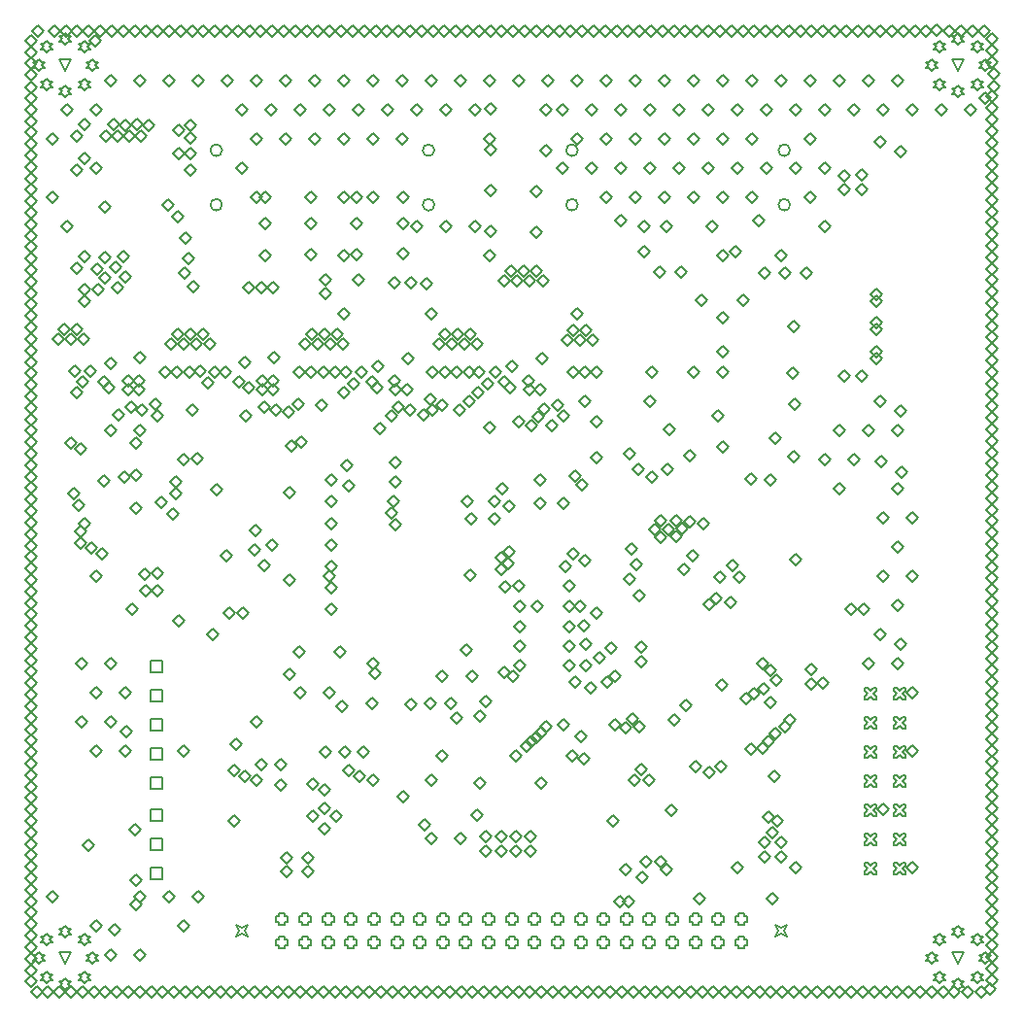
<source format=gbr>
G04*
G04 #@! TF.GenerationSoftware,Altium Limited,Altium Designer,24.1.2 (44)*
G04*
G04 Layer_Color=2752767*
%FSLAX44Y44*%
%MOMM*%
G71*
G04*
G04 #@! TF.SameCoordinates,5306FC51-672D-4A3A-99EF-6C0483DFD683*
G04*
G04*
G04 #@! TF.FilePolarity,Positive*
G04*
G01*
G75*
%ADD18C,0.1270*%
%ADD183C,0.1693*%
D18*
X423545Y142078D02*
X428625Y147158D01*
X433705Y142078D01*
X428625Y136998D01*
X423545Y142078D01*
Y129078D02*
X428625Y134158D01*
X433705Y129078D01*
X428625Y123998D01*
X423545Y129078D01*
X436545Y142078D02*
X441625Y147158D01*
X446705Y142078D01*
X441625Y136998D01*
X436545Y142078D01*
X410545D02*
X415625Y147158D01*
X420705Y142078D01*
X415625Y136998D01*
X410545Y142078D01*
Y129078D02*
X415625Y134158D01*
X420705Y129078D01*
X415625Y123998D01*
X410545Y129078D01*
X397545Y142078D02*
X402625Y147158D01*
X407705Y142078D01*
X402625Y136998D01*
X397545Y142078D01*
Y129078D02*
X402625Y134158D01*
X407705Y129078D01*
X402625Y123998D01*
X397545Y129078D01*
X436545D02*
X441625Y134158D01*
X446705Y129078D01*
X441625Y123998D01*
X436545Y129078D01*
X757620Y108720D02*
X760160D01*
X762700Y111260D01*
X765240Y108720D01*
X767780D01*
Y111260D01*
X765240Y113800D01*
X767780Y116340D01*
Y118880D01*
X765240D01*
X762700Y116340D01*
X760160Y118880D01*
X757620D01*
Y116340D01*
X760160Y113800D01*
X757620Y111260D01*
Y108720D01*
X732220D02*
X734760D01*
X737300Y111260D01*
X739840Y108720D01*
X742380D01*
Y111260D01*
X739840Y113800D01*
X742380Y116340D01*
Y118880D01*
X739840D01*
X737300Y116340D01*
X734760Y118880D01*
X732220D01*
Y116340D01*
X734760Y113800D01*
X732220Y111260D01*
Y108720D01*
X757620Y134120D02*
X760160D01*
X762700Y136660D01*
X765240Y134120D01*
X767780D01*
Y136660D01*
X765240Y139200D01*
X767780Y141740D01*
Y144280D01*
X765240D01*
X762700Y141740D01*
X760160Y144280D01*
X757620D01*
Y141740D01*
X760160Y139200D01*
X757620Y136660D01*
Y134120D01*
X732220D02*
X734760D01*
X737300Y136660D01*
X739840Y134120D01*
X742380D01*
Y136660D01*
X739840Y139200D01*
X742380Y141740D01*
Y144280D01*
X739840D01*
X737300Y141740D01*
X734760Y144280D01*
X732220D01*
Y141740D01*
X734760Y139200D01*
X732220Y136660D01*
Y134120D01*
X757620Y159520D02*
X760160D01*
X762700Y162060D01*
X765240Y159520D01*
X767780D01*
Y162060D01*
X765240Y164600D01*
X767780Y167140D01*
Y169680D01*
X765240D01*
X762700Y167140D01*
X760160Y169680D01*
X757620D01*
Y167140D01*
X760160Y164600D01*
X757620Y162060D01*
Y159520D01*
X732220D02*
X734760D01*
X737300Y162060D01*
X739840Y159520D01*
X742380D01*
Y162060D01*
X739840Y164600D01*
X742380Y167140D01*
Y169680D01*
X739840D01*
X737300Y167140D01*
X734760Y169680D01*
X732220D01*
Y167140D01*
X734760Y164600D01*
X732220Y162060D01*
Y159520D01*
Y184920D02*
X734760D01*
X737300Y187460D01*
X739840Y184920D01*
X742380D01*
Y187460D01*
X739840Y190000D01*
X742380Y192540D01*
Y195080D01*
X739840D01*
X737300Y192540D01*
X734760Y195080D01*
X732220D01*
Y192540D01*
X734760Y190000D01*
X732220Y187460D01*
Y184920D01*
Y210320D02*
X734760D01*
X737300Y212860D01*
X739840Y210320D01*
X742380D01*
Y212860D01*
X739840Y215400D01*
X742380Y217940D01*
Y220480D01*
X739840D01*
X737300Y217940D01*
X734760Y220480D01*
X732220D01*
Y217940D01*
X734760Y215400D01*
X732220Y212860D01*
Y210320D01*
X757620Y235720D02*
X760160D01*
X762700Y238260D01*
X765240Y235720D01*
X767780D01*
Y238260D01*
X765240Y240800D01*
X767780Y243340D01*
Y245880D01*
X765240D01*
X762700Y243340D01*
X760160Y245880D01*
X757620D01*
Y243340D01*
X760160Y240800D01*
X757620Y238260D01*
Y235720D01*
X732220D02*
X734760D01*
X737300Y238260D01*
X739840Y235720D01*
X742380D01*
Y238260D01*
X739840Y240800D01*
X742380Y243340D01*
Y245880D01*
X739840D01*
X737300Y243340D01*
X734760Y245880D01*
X732220D01*
Y243340D01*
X734760Y240800D01*
X732220Y238260D01*
Y235720D01*
X757620Y261120D02*
X760160D01*
X762700Y263660D01*
X765240Y261120D01*
X767780D01*
Y263660D01*
X765240Y266200D01*
X767780Y268740D01*
Y271280D01*
X765240D01*
X762700Y268740D01*
X760160Y271280D01*
X757620D01*
Y268740D01*
X760160Y266200D01*
X757620Y263660D01*
Y261120D01*
X732220D02*
X734760D01*
X737300Y263660D01*
X739840Y261120D01*
X742380D01*
Y263660D01*
X739840Y266200D01*
X742380Y268740D01*
Y271280D01*
X739840D01*
X737300Y268740D01*
X734760Y271280D01*
X732220D01*
Y268740D01*
X734760Y266200D01*
X732220Y263660D01*
Y261120D01*
X757620Y184920D02*
X760160D01*
X762700Y187460D01*
X765240Y184920D01*
X767780D01*
Y187460D01*
X765240Y190000D01*
X767780Y192540D01*
Y195080D01*
X765240D01*
X762700Y192540D01*
X760160Y195080D01*
X757620D01*
Y192540D01*
X760160Y190000D01*
X757620Y187460D01*
Y184920D01*
Y210320D02*
X760160D01*
X762700Y212860D01*
X765240Y210320D01*
X767780D01*
Y212860D01*
X765240Y215400D01*
X767780Y217940D01*
Y220480D01*
X765240D01*
X762700Y217940D01*
X760160Y220480D01*
X757620D01*
Y217940D01*
X760160Y215400D01*
X757620Y212860D01*
Y210320D01*
X622460Y47460D02*
Y44920D01*
X627540D01*
Y47460D01*
X630080D01*
Y52540D01*
X627540D01*
Y55080D01*
X622460D01*
Y52540D01*
X619920D01*
Y47460D01*
X622460D01*
Y67460D02*
Y64920D01*
X627540D01*
Y67460D01*
X630080D01*
Y72540D01*
X627540D01*
Y75080D01*
X622460D01*
Y72540D01*
X619920D01*
Y67460D01*
X622460D01*
X602460Y47460D02*
Y44920D01*
X607540D01*
Y47460D01*
X610080D01*
Y52540D01*
X607540D01*
Y55080D01*
X602460D01*
Y52540D01*
X599920D01*
Y47460D01*
X602460D01*
Y67460D02*
Y64920D01*
X607540D01*
Y67460D01*
X610080D01*
Y72540D01*
X607540D01*
Y75080D01*
X602460D01*
Y72540D01*
X599920D01*
Y67460D01*
X602460D01*
X582460Y47460D02*
Y44920D01*
X587540D01*
Y47460D01*
X590080D01*
Y52540D01*
X587540D01*
Y55080D01*
X582460D01*
Y52540D01*
X579920D01*
Y47460D01*
X582460D01*
Y67460D02*
Y64920D01*
X587540D01*
Y67460D01*
X590080D01*
Y72540D01*
X587540D01*
Y75080D01*
X582460D01*
Y72540D01*
X579920D01*
Y67460D01*
X582460D01*
X562460Y47460D02*
Y44920D01*
X567540D01*
Y47460D01*
X570080D01*
Y52540D01*
X567540D01*
Y55080D01*
X562460D01*
Y52540D01*
X559920D01*
Y47460D01*
X562460D01*
Y67460D02*
Y64920D01*
X567540D01*
Y67460D01*
X570080D01*
Y72540D01*
X567540D01*
Y75080D01*
X562460D01*
Y72540D01*
X559920D01*
Y67460D01*
X562460D01*
X542460Y47460D02*
Y44920D01*
X547540D01*
Y47460D01*
X550080D01*
Y52540D01*
X547540D01*
Y55080D01*
X542460D01*
Y52540D01*
X539920D01*
Y47460D01*
X542460D01*
Y67460D02*
Y64920D01*
X547540D01*
Y67460D01*
X550080D01*
Y72540D01*
X547540D01*
Y75080D01*
X542460D01*
Y72540D01*
X539920D01*
Y67460D01*
X542460D01*
X522460Y47460D02*
Y44920D01*
X527540D01*
Y47460D01*
X530080D01*
Y52540D01*
X527540D01*
Y55080D01*
X522460D01*
Y52540D01*
X519920D01*
Y47460D01*
X522460D01*
Y67460D02*
Y64920D01*
X527540D01*
Y67460D01*
X530080D01*
Y72540D01*
X527540D01*
Y75080D01*
X522460D01*
Y72540D01*
X519920D01*
Y67460D01*
X522460D01*
X502460Y47460D02*
Y44920D01*
X507540D01*
Y47460D01*
X510080D01*
Y52540D01*
X507540D01*
Y55080D01*
X502460D01*
Y52540D01*
X499920D01*
Y47460D01*
X502460D01*
Y67460D02*
Y64920D01*
X507540D01*
Y67460D01*
X510080D01*
Y72540D01*
X507540D01*
Y75080D01*
X502460D01*
Y72540D01*
X499920D01*
Y67460D01*
X502460D01*
X482460Y47460D02*
Y44920D01*
X487540D01*
Y47460D01*
X490080D01*
Y52540D01*
X487540D01*
Y55080D01*
X482460D01*
Y52540D01*
X479920D01*
Y47460D01*
X482460D01*
Y67460D02*
Y64920D01*
X487540D01*
Y67460D01*
X490080D01*
Y72540D01*
X487540D01*
Y75080D01*
X482460D01*
Y72540D01*
X479920D01*
Y67460D01*
X482460D01*
X462460Y47460D02*
Y44920D01*
X467540D01*
Y47460D01*
X470080D01*
Y52540D01*
X467540D01*
Y55080D01*
X462460D01*
Y52540D01*
X459920D01*
Y47460D01*
X462460D01*
Y67460D02*
Y64920D01*
X467540D01*
Y67460D01*
X470080D01*
Y72540D01*
X467540D01*
Y75080D01*
X462460D01*
Y72540D01*
X459920D01*
Y67460D01*
X462460D01*
X442460Y47460D02*
Y44920D01*
X447540D01*
Y47460D01*
X450080D01*
Y52540D01*
X447540D01*
Y55080D01*
X442460D01*
Y52540D01*
X439920D01*
Y47460D01*
X442460D01*
Y67460D02*
Y64920D01*
X447540D01*
Y67460D01*
X450080D01*
Y72540D01*
X447540D01*
Y75080D01*
X442460D01*
Y72540D01*
X439920D01*
Y67460D01*
X442460D01*
X422460Y47460D02*
Y44920D01*
X427540D01*
Y47460D01*
X430080D01*
Y52540D01*
X427540D01*
Y55080D01*
X422460D01*
Y52540D01*
X419920D01*
Y47460D01*
X422460D01*
Y67460D02*
Y64920D01*
X427540D01*
Y67460D01*
X430080D01*
Y72540D01*
X427540D01*
Y75080D01*
X422460D01*
Y72540D01*
X419920D01*
Y67460D01*
X422460D01*
X402460Y47460D02*
Y44920D01*
X407540D01*
Y47460D01*
X410080D01*
Y52540D01*
X407540D01*
Y55080D01*
X402460D01*
Y52540D01*
X399920D01*
Y47460D01*
X402460D01*
Y67460D02*
Y64920D01*
X407540D01*
Y67460D01*
X410080D01*
Y72540D01*
X407540D01*
Y75080D01*
X402460D01*
Y72540D01*
X399920D01*
Y67460D01*
X402460D01*
X382460Y47460D02*
Y44920D01*
X387540D01*
Y47460D01*
X390080D01*
Y52540D01*
X387540D01*
Y55080D01*
X382460D01*
Y52540D01*
X379920D01*
Y47460D01*
X382460D01*
Y67460D02*
Y64920D01*
X387540D01*
Y67460D01*
X390080D01*
Y72540D01*
X387540D01*
Y75080D01*
X382460D01*
Y72540D01*
X379920D01*
Y67460D01*
X382460D01*
X362460Y47460D02*
Y44920D01*
X367540D01*
Y47460D01*
X370080D01*
Y52540D01*
X367540D01*
Y55080D01*
X362460D01*
Y52540D01*
X359920D01*
Y47460D01*
X362460D01*
Y67460D02*
Y64920D01*
X367540D01*
Y67460D01*
X370080D01*
Y72540D01*
X367540D01*
Y75080D01*
X362460D01*
Y72540D01*
X359920D01*
Y67460D01*
X362460D01*
X342460Y47460D02*
Y44920D01*
X347540D01*
Y47460D01*
X350080D01*
Y52540D01*
X347540D01*
Y55080D01*
X342460D01*
Y52540D01*
X339920D01*
Y47460D01*
X342460D01*
Y67460D02*
Y64920D01*
X347540D01*
Y67460D01*
X350080D01*
Y72540D01*
X347540D01*
Y75080D01*
X342460D01*
Y72540D01*
X339920D01*
Y67460D01*
X342460D01*
X322460Y47460D02*
Y44920D01*
X327540D01*
Y47460D01*
X330080D01*
Y52540D01*
X327540D01*
Y55080D01*
X322460D01*
Y52540D01*
X319920D01*
Y47460D01*
X322460D01*
Y67460D02*
Y64920D01*
X327540D01*
Y67460D01*
X330080D01*
Y72540D01*
X327540D01*
Y75080D01*
X322460D01*
Y72540D01*
X319920D01*
Y67460D01*
X322460D01*
X302460Y47460D02*
Y44920D01*
X307540D01*
Y47460D01*
X310080D01*
Y52540D01*
X307540D01*
Y55080D01*
X302460D01*
Y52540D01*
X299920D01*
Y47460D01*
X302460D01*
Y67460D02*
Y64920D01*
X307540D01*
Y67460D01*
X310080D01*
Y72540D01*
X307540D01*
Y75080D01*
X302460D01*
Y72540D01*
X299920D01*
Y67460D01*
X302460D01*
X282460Y47460D02*
Y44920D01*
X287540D01*
Y47460D01*
X290080D01*
Y52540D01*
X287540D01*
Y55080D01*
X282460D01*
Y52540D01*
X279920D01*
Y47460D01*
X282460D01*
Y67460D02*
Y64920D01*
X287540D01*
Y67460D01*
X290080D01*
Y72540D01*
X287540D01*
Y75080D01*
X282460D01*
Y72540D01*
X279920D01*
Y67460D01*
X282460D01*
X262460Y47460D02*
Y44920D01*
X267540D01*
Y47460D01*
X270080D01*
Y52540D01*
X267540D01*
Y55080D01*
X262460D01*
Y52540D01*
X259920D01*
Y47460D01*
X262460D01*
Y67460D02*
Y64920D01*
X267540D01*
Y67460D01*
X270080D01*
Y72540D01*
X267540D01*
Y75080D01*
X262460D01*
Y72540D01*
X259920D01*
Y67460D01*
X262460D01*
X242460Y47460D02*
Y44920D01*
X247540D01*
Y47460D01*
X250080D01*
Y52540D01*
X247540D01*
Y55080D01*
X242460D01*
Y52540D01*
X239920D01*
Y47460D01*
X242460D01*
Y67460D02*
Y64920D01*
X247540D01*
Y67460D01*
X250080D01*
Y72540D01*
X247540D01*
Y75080D01*
X242460D01*
Y72540D01*
X239920D01*
Y67460D01*
X242460D01*
X222460Y47460D02*
Y44920D01*
X227540D01*
Y47460D01*
X230080D01*
Y52540D01*
X227540D01*
Y55080D01*
X222460D01*
Y52540D01*
X219920D01*
Y47460D01*
X222460D01*
Y67460D02*
Y64920D01*
X227540D01*
Y67460D01*
X230080D01*
Y72540D01*
X227540D01*
Y75080D01*
X222460D01*
Y72540D01*
X219920D01*
Y67460D01*
X222460D01*
X184920Y54920D02*
X187460Y60000D01*
X184920Y65080D01*
X190000Y62540D01*
X195080Y65080D01*
X192540Y60000D01*
X195080Y54920D01*
X190000Y57460D01*
X184920Y54920D01*
X654920D02*
X657460Y60000D01*
X654920Y65080D01*
X660000Y62540D01*
X665080Y65080D01*
X662540Y60000D01*
X665080Y54920D01*
X660000Y57460D01*
X654920Y54920D01*
X19560Y47360D02*
X22100Y49900D01*
X24640D01*
X22100Y52440D01*
X24640Y54980D01*
X22100D01*
X19560Y57520D01*
X17020Y54980D01*
X14480D01*
X17020Y52440D01*
X14480Y49900D01*
X17020D01*
X19560Y47360D01*
X52440Y14480D02*
X54980Y17020D01*
X57520D01*
X54980Y19560D01*
X57520Y22100D01*
X54980D01*
X52440Y24640D01*
X49900Y22100D01*
X47360D01*
X49900Y19560D01*
X47360Y17020D01*
X49900D01*
X52440Y14480D01*
X19560D02*
X22100Y17020D01*
X24640D01*
X22100Y19560D01*
X24640Y22100D01*
X22100D01*
X19560Y24640D01*
X17020Y22100D01*
X14480D01*
X17020Y19560D01*
X14480Y17020D01*
X17020D01*
X19560Y14480D01*
X52440Y47360D02*
X54980Y49900D01*
X57520D01*
X54980Y52440D01*
X57520Y54980D01*
X54980D01*
X52440Y57520D01*
X49900Y54980D01*
X47360D01*
X49900Y52440D01*
X47360Y49900D01*
X49900D01*
X52440Y47360D01*
X59250Y30920D02*
X61790Y33460D01*
X64330D01*
X61790Y36000D01*
X64330Y38540D01*
X61790D01*
X59250Y41080D01*
X56710Y38540D01*
X54170D01*
X56710Y36000D01*
X54170Y33460D01*
X56710D01*
X59250Y30920D01*
X36000Y8060D02*
X38540Y10600D01*
X41080D01*
X38540Y13140D01*
X41080Y15680D01*
X38540D01*
X36000Y18220D01*
X33460Y15680D01*
X30920D01*
X33460Y13140D01*
X30920Y10600D01*
X33460D01*
X36000Y8060D01*
X12750Y30920D02*
X15290Y33460D01*
X17830D01*
X15290Y36000D01*
X17830Y38540D01*
X15290D01*
X12750Y41080D01*
X10210Y38540D01*
X7670D01*
X10210Y36000D01*
X7670Y33460D01*
X10210D01*
X12750Y30920D01*
X36000Y54170D02*
X38540Y56710D01*
X41080D01*
X38540Y59250D01*
X41080Y61790D01*
X38540D01*
X36000Y64330D01*
X33460Y61790D01*
X30920D01*
X33460Y59250D01*
X30920Y56710D01*
X33460D01*
X36000Y54170D01*
Y30920D02*
X30920Y41080D01*
X41080D01*
X36000Y30920D01*
X19560Y825360D02*
X22100Y827900D01*
X24640D01*
X22100Y830440D01*
X24640Y832980D01*
X22100D01*
X19560Y835520D01*
X17020Y832980D01*
X14480D01*
X17020Y830440D01*
X14480Y827900D01*
X17020D01*
X19560Y825360D01*
X52440Y792480D02*
X54980Y795020D01*
X57520D01*
X54980Y797560D01*
X57520Y800100D01*
X54980D01*
X52440Y802640D01*
X49900Y800100D01*
X47360D01*
X49900Y797560D01*
X47360Y795020D01*
X49900D01*
X52440Y792480D01*
X19560D02*
X22100Y795020D01*
X24640D01*
X22100Y797560D01*
X24640Y800100D01*
X22100D01*
X19560Y802640D01*
X17020Y800100D01*
X14480D01*
X17020Y797560D01*
X14480Y795020D01*
X17020D01*
X19560Y792480D01*
X52440Y825360D02*
X54980Y827900D01*
X57520D01*
X54980Y830440D01*
X57520Y832980D01*
X54980D01*
X52440Y835520D01*
X49900Y832980D01*
X47360D01*
X49900Y830440D01*
X47360Y827900D01*
X49900D01*
X52440Y825360D01*
X59250Y808920D02*
X61790Y811460D01*
X64330D01*
X61790Y814000D01*
X64330Y816540D01*
X61790D01*
X59250Y819080D01*
X56710Y816540D01*
X54170D01*
X56710Y814000D01*
X54170Y811460D01*
X56710D01*
X59250Y808920D01*
X36000Y786060D02*
X38540Y788600D01*
X41080D01*
X38540Y791140D01*
X41080Y793680D01*
X38540D01*
X36000Y796220D01*
X33460Y793680D01*
X30920D01*
X33460Y791140D01*
X30920Y788600D01*
X33460D01*
X36000Y786060D01*
X12750Y808920D02*
X15290Y811460D01*
X17830D01*
X15290Y814000D01*
X17830Y816540D01*
X15290D01*
X12750Y819080D01*
X10210Y816540D01*
X7670D01*
X10210Y814000D01*
X7670Y811460D01*
X10210D01*
X12750Y808920D01*
X36000Y832170D02*
X38540Y834710D01*
X41080D01*
X38540Y837250D01*
X41080Y839790D01*
X38540D01*
X36000Y842330D01*
X33460Y839790D01*
X30920D01*
X33460Y837250D01*
X30920Y834710D01*
X33460D01*
X36000Y832170D01*
Y808920D02*
X30920Y819080D01*
X41080D01*
X36000Y808920D01*
X797560Y825360D02*
X800100Y827900D01*
X802640D01*
X800100Y830440D01*
X802640Y832980D01*
X800100D01*
X797560Y835520D01*
X795020Y832980D01*
X792480D01*
X795020Y830440D01*
X792480Y827900D01*
X795020D01*
X797560Y825360D01*
X830440Y792480D02*
X832980Y795020D01*
X835520D01*
X832980Y797560D01*
X835520Y800100D01*
X832980D01*
X830440Y802640D01*
X827900Y800100D01*
X825360D01*
X827900Y797560D01*
X825360Y795020D01*
X827900D01*
X830440Y792480D01*
X797560D02*
X800100Y795020D01*
X802640D01*
X800100Y797560D01*
X802640Y800100D01*
X800100D01*
X797560Y802640D01*
X795020Y800100D01*
X792480D01*
X795020Y797560D01*
X792480Y795020D01*
X795020D01*
X797560Y792480D01*
X830440Y825360D02*
X832980Y827900D01*
X835520D01*
X832980Y830440D01*
X835520Y832980D01*
X832980D01*
X830440Y835520D01*
X827900Y832980D01*
X825360D01*
X827900Y830440D01*
X825360Y827900D01*
X827900D01*
X830440Y825360D01*
X837250Y808920D02*
X839790Y811460D01*
X842330D01*
X839790Y814000D01*
X842330Y816540D01*
X839790D01*
X837250Y819080D01*
X834710Y816540D01*
X832170D01*
X834710Y814000D01*
X832170Y811460D01*
X834710D01*
X837250Y808920D01*
X814000Y786060D02*
X816540Y788600D01*
X819080D01*
X816540Y791140D01*
X819080Y793680D01*
X816540D01*
X814000Y796220D01*
X811460Y793680D01*
X808920D01*
X811460Y791140D01*
X808920Y788600D01*
X811460D01*
X814000Y786060D01*
X790750Y808920D02*
X793290Y811460D01*
X795830D01*
X793290Y814000D01*
X795830Y816540D01*
X793290D01*
X790750Y819080D01*
X788210Y816540D01*
X785670D01*
X788210Y814000D01*
X785670Y811460D01*
X788210D01*
X790750Y808920D01*
X814000Y832170D02*
X816540Y834710D01*
X819080D01*
X816540Y837250D01*
X819080Y839790D01*
X816540D01*
X814000Y842330D01*
X811460Y839790D01*
X808920D01*
X811460Y837250D01*
X808920Y834710D01*
X811460D01*
X814000Y832170D01*
Y808920D02*
X808920Y819080D01*
X819080D01*
X814000Y808920D01*
X797560Y47360D02*
X800100Y49900D01*
X802640D01*
X800100Y52440D01*
X802640Y54980D01*
X800100D01*
X797560Y57520D01*
X795020Y54980D01*
X792480D01*
X795020Y52440D01*
X792480Y49900D01*
X795020D01*
X797560Y47360D01*
X830440Y14480D02*
X832980Y17020D01*
X835520D01*
X832980Y19560D01*
X835520Y22100D01*
X832980D01*
X830440Y24640D01*
X827900Y22100D01*
X825360D01*
X827900Y19560D01*
X825360Y17020D01*
X827900D01*
X830440Y14480D01*
X797560D02*
X800100Y17020D01*
X802640D01*
X800100Y19560D01*
X802640Y22100D01*
X800100D01*
X797560Y24640D01*
X795020Y22100D01*
X792480D01*
X795020Y19560D01*
X792480Y17020D01*
X795020D01*
X797560Y14480D01*
X830440Y47360D02*
X832980Y49900D01*
X835520D01*
X832980Y52440D01*
X835520Y54980D01*
X832980D01*
X830440Y57520D01*
X827900Y54980D01*
X825360D01*
X827900Y52440D01*
X825360Y49900D01*
X827900D01*
X830440Y47360D01*
X837250Y30920D02*
X839790Y33460D01*
X842330D01*
X839790Y36000D01*
X842330Y38540D01*
X839790D01*
X837250Y41080D01*
X834710Y38540D01*
X832170D01*
X834710Y36000D01*
X832170Y33460D01*
X834710D01*
X837250Y30920D01*
X814000Y8060D02*
X816540Y10600D01*
X819080D01*
X816540Y13140D01*
X819080Y15680D01*
X816540D01*
X814000Y18220D01*
X811460Y15680D01*
X808920D01*
X811460Y13140D01*
X808920Y10600D01*
X811460D01*
X814000Y8060D01*
X790750Y30920D02*
X793290Y33460D01*
X795830D01*
X793290Y36000D01*
X795830Y38540D01*
X793290D01*
X790750Y41080D01*
X788210Y38540D01*
X785670D01*
X788210Y36000D01*
X785670Y33460D01*
X788210D01*
X790750Y30920D01*
X814000Y54170D02*
X816540Y56710D01*
X819080D01*
X816540Y59250D01*
X819080Y61790D01*
X816540D01*
X814000Y64330D01*
X811460Y61790D01*
X808920D01*
X811460Y59250D01*
X808920Y56710D01*
X811460D01*
X814000Y54170D01*
Y30920D02*
X808920Y41080D01*
X819080D01*
X814000Y30920D01*
X110236Y104648D02*
Y114808D01*
X120396D01*
Y104648D01*
X110236D01*
Y130048D02*
Y140208D01*
X120396D01*
Y130048D01*
X110236D01*
Y155448D02*
Y165608D01*
X120396D01*
Y155448D01*
X110236D01*
Y183436D02*
Y193596D01*
X120396D01*
Y183436D01*
X110236D01*
Y208836D02*
Y218996D01*
X120396D01*
Y208836D01*
X110236D01*
Y234236D02*
Y244396D01*
X120396D01*
Y234236D01*
X110236D01*
Y259636D02*
Y269796D01*
X120396D01*
Y259636D01*
X110236D01*
Y285036D02*
Y295196D01*
X120396D01*
Y285036D01*
X110236D01*
X591961Y197657D02*
X597041Y202737D01*
X602121Y197657D01*
X597041Y192577D01*
X591961Y197657D01*
X602409Y203289D02*
X607489Y208369D01*
X612569Y203289D01*
X607489Y198209D01*
X602409Y203289D01*
X579935D02*
X585014Y208369D01*
X590094Y203289D01*
X585014Y198209D01*
X579935Y203289D01*
X820106Y775582D02*
X825186Y780662D01*
X830266Y775582D01*
X825186Y770502D01*
X820106Y775582D01*
X794706D02*
X799786Y780662D01*
X804866Y775582D01*
X799786Y770502D01*
X794706Y775582D01*
X756606Y800982D02*
X761686Y806062D01*
X766766Y800982D01*
X761686Y795902D01*
X756606Y800982D01*
X769306Y775582D02*
X774386Y780662D01*
X779466Y775582D01*
X774386Y770502D01*
X769306Y775582D01*
X756606Y496182D02*
X761686Y501262D01*
X766766Y496182D01*
X761686Y491102D01*
X756606Y496182D01*
Y445382D02*
X761686Y450462D01*
X766766Y445382D01*
X761686Y440302D01*
X756606Y445382D01*
X769306Y419982D02*
X774386Y425062D01*
X779466Y419982D01*
X774386Y414902D01*
X769306Y419982D01*
X756606Y394582D02*
X761686Y399662D01*
X766766Y394582D01*
X761686Y389502D01*
X756606Y394582D01*
X769306Y369182D02*
X774386Y374262D01*
X779466Y369182D01*
X774386Y364102D01*
X769306Y369182D01*
X756606Y343782D02*
X761686Y348862D01*
X766766Y343782D01*
X761686Y338702D01*
X756606Y343782D01*
Y292982D02*
X761686Y298062D01*
X766766Y292982D01*
X761686Y287902D01*
X756606Y292982D01*
X769306Y267582D02*
X774386Y272662D01*
X779466Y267582D01*
X774386Y262502D01*
X769306Y267582D01*
Y216782D02*
X774386Y221862D01*
X779466Y216782D01*
X774386Y211702D01*
X769306Y216782D01*
Y115182D02*
X774386Y120262D01*
X779466Y115182D01*
X774386Y110102D01*
X769306Y115182D01*
X731206Y800982D02*
X736286Y806062D01*
X741366Y800982D01*
X736286Y795902D01*
X731206Y800982D01*
X743906Y775582D02*
X748986Y780662D01*
X754066Y775582D01*
X748986Y770502D01*
X743906Y775582D01*
X731206Y496182D02*
X736286Y501262D01*
X741366Y496182D01*
X736286Y491102D01*
X731206Y496182D01*
X743906Y419982D02*
X748986Y425062D01*
X754066Y419982D01*
X748986Y414902D01*
X743906Y419982D01*
Y369182D02*
X748986Y374262D01*
X754066Y369182D01*
X748986Y364102D01*
X743906Y369182D01*
X731206Y292982D02*
X736286Y298062D01*
X741366Y292982D01*
X736286Y287902D01*
X731206Y292982D01*
X743906Y165982D02*
X748986Y171062D01*
X754066Y165982D01*
X748986Y160902D01*
X743906Y165982D01*
X705806Y800982D02*
X710886Y806062D01*
X715966Y800982D01*
X710886Y795902D01*
X705806Y800982D01*
X718506Y775582D02*
X723586Y780662D01*
X728666Y775582D01*
X723586Y770502D01*
X718506Y775582D01*
X705806Y496182D02*
X710886Y501262D01*
X715966Y496182D01*
X710886Y491102D01*
X705806Y496182D01*
X718506Y470782D02*
X723586Y475862D01*
X728666Y470782D01*
X723586Y465702D01*
X718506Y470782D01*
X705806Y445382D02*
X710886Y450462D01*
X715966Y445382D01*
X710886Y440302D01*
X705806Y445382D01*
X680406Y800982D02*
X685486Y806062D01*
X690566Y800982D01*
X685486Y795902D01*
X680406Y800982D01*
X693106Y775582D02*
X698186Y780662D01*
X703266Y775582D01*
X698186Y770502D01*
X693106Y775582D01*
X680406Y750182D02*
X685486Y755262D01*
X690566Y750182D01*
X685486Y745102D01*
X680406Y750182D01*
X693106Y724782D02*
X698186Y729862D01*
X703266Y724782D01*
X698186Y719702D01*
X693106Y724782D01*
X680406Y699382D02*
X685486Y704462D01*
X690566Y699382D01*
X685486Y694302D01*
X680406Y699382D01*
X693106Y673982D02*
X698186Y679062D01*
X703266Y673982D01*
X698186Y668902D01*
X693106Y673982D01*
Y470782D02*
X698186Y475862D01*
X703266Y470782D01*
X698186Y465702D01*
X693106Y470782D01*
X655006Y800982D02*
X660086Y806062D01*
X665166Y800982D01*
X660086Y795902D01*
X655006Y800982D01*
X667706Y775582D02*
X672786Y780662D01*
X677866Y775582D01*
X672786Y770502D01*
X667706Y775582D01*
Y724782D02*
X672786Y729862D01*
X677866Y724782D01*
X672786Y719702D01*
X667706Y724782D01*
X655006Y648582D02*
X660086Y653662D01*
X665166Y648582D01*
X660086Y643502D01*
X655006Y648582D01*
X667706Y115182D02*
X672786Y120262D01*
X677866Y115182D01*
X672786Y110102D01*
X667706Y115182D01*
X629606Y800982D02*
X634686Y806062D01*
X639766Y800982D01*
X634686Y795902D01*
X629606Y800982D01*
X642306Y775582D02*
X647386Y780662D01*
X652466Y775582D01*
X647386Y770502D01*
X642306Y775582D01*
X629606Y750182D02*
X634686Y755262D01*
X639766Y750182D01*
X634686Y745102D01*
X629606Y750182D01*
X642306Y724782D02*
X647386Y729862D01*
X652466Y724782D01*
X647386Y719702D01*
X642306Y724782D01*
X629606Y699382D02*
X634686Y704462D01*
X639766Y699382D01*
X634686Y694302D01*
X629606Y699382D01*
X604206Y800982D02*
X609286Y806062D01*
X614366Y800982D01*
X609286Y795902D01*
X604206Y800982D01*
X616906Y775582D02*
X621986Y780662D01*
X627066Y775582D01*
X621986Y770502D01*
X616906Y775582D01*
X604206Y750182D02*
X609286Y755262D01*
X614366Y750182D01*
X609286Y745102D01*
X604206Y750182D01*
X616906Y724782D02*
X621986Y729862D01*
X627066Y724782D01*
X621986Y719702D01*
X616906Y724782D01*
X604206Y699382D02*
X609286Y704462D01*
X614366Y699382D01*
X609286Y694302D01*
X604206Y699382D01*
Y648582D02*
X609286Y653662D01*
X614366Y648582D01*
X609286Y643502D01*
X604206Y648582D01*
Y546982D02*
X609286Y552062D01*
X614366Y546982D01*
X609286Y541902D01*
X604206Y546982D01*
X616906Y115182D02*
X621986Y120262D01*
X627066Y115182D01*
X621986Y110102D01*
X616906Y115182D01*
X578806Y800982D02*
X583886Y806062D01*
X588966Y800982D01*
X583886Y795902D01*
X578806Y800982D01*
X591506Y775582D02*
X596586Y780662D01*
X601666Y775582D01*
X596586Y770502D01*
X591506Y775582D01*
X578806Y750182D02*
X583886Y755262D01*
X588966Y750182D01*
X583886Y745102D01*
X578806Y750182D01*
X591506Y724782D02*
X596586Y729862D01*
X601666Y724782D01*
X596586Y719702D01*
X591506Y724782D01*
X578806Y699382D02*
X583886Y704462D01*
X588966Y699382D01*
X583886Y694302D01*
X578806Y699382D01*
Y546982D02*
X583886Y552062D01*
X588966Y546982D01*
X583886Y541902D01*
X578806Y546982D01*
X553406Y800982D02*
X558486Y806062D01*
X563566Y800982D01*
X558486Y795902D01*
X553406Y800982D01*
X566106Y775582D02*
X571186Y780662D01*
X576266Y775582D01*
X571186Y770502D01*
X566106Y775582D01*
X553406Y750182D02*
X558486Y755262D01*
X563566Y750182D01*
X558486Y745102D01*
X553406Y750182D01*
X566106Y724782D02*
X571186Y729862D01*
X576266Y724782D01*
X571186Y719702D01*
X566106Y724782D01*
X553406Y699382D02*
X558486Y704462D01*
X563566Y699382D01*
X558486Y694302D01*
X553406Y699382D01*
X528006Y800982D02*
X533086Y806062D01*
X538166Y800982D01*
X533086Y795902D01*
X528006Y800982D01*
X540706Y775582D02*
X545786Y780662D01*
X550866Y775582D01*
X545786Y770502D01*
X540706Y775582D01*
X528006Y750182D02*
X533086Y755262D01*
X538166Y750182D01*
X533086Y745102D01*
X528006Y750182D01*
X540706Y724782D02*
X545786Y729862D01*
X550866Y724782D01*
X545786Y719702D01*
X540706Y724782D01*
X528006Y699382D02*
X533086Y704462D01*
X538166Y699382D01*
X533086Y694302D01*
X528006Y699382D01*
X540706Y521582D02*
X545786Y526662D01*
X550866Y521582D01*
X545786Y516502D01*
X540706Y521582D01*
X502606Y800982D02*
X507686Y806062D01*
X512766Y800982D01*
X507686Y795902D01*
X502606Y800982D01*
X515306Y775582D02*
X520386Y780662D01*
X525466Y775582D01*
X520386Y770502D01*
X515306Y775582D01*
X502606Y750182D02*
X507686Y755262D01*
X512766Y750182D01*
X507686Y745102D01*
X502606Y750182D01*
X515306Y724782D02*
X520386Y729862D01*
X525466Y724782D01*
X520386Y719702D01*
X515306Y724782D01*
X502606Y699382D02*
X507686Y704462D01*
X512766Y699382D01*
X507686Y694302D01*
X502606Y699382D01*
X477206Y800982D02*
X482286Y806062D01*
X487366Y800982D01*
X482286Y795902D01*
X477206Y800982D01*
X489906Y775582D02*
X494986Y780662D01*
X500066Y775582D01*
X494986Y770502D01*
X489906Y775582D01*
X477206Y750182D02*
X482286Y755262D01*
X487366Y750182D01*
X482286Y745102D01*
X477206Y750182D01*
X489906Y724782D02*
X494986Y729862D01*
X500066Y724782D01*
X494986Y719702D01*
X489906Y724782D01*
X477206Y597782D02*
X482286Y602862D01*
X487366Y597782D01*
X482286Y592702D01*
X477206Y597782D01*
X451806Y800982D02*
X456886Y806062D01*
X461966Y800982D01*
X456886Y795902D01*
X451806Y800982D01*
X464506Y775582D02*
X469586Y780662D01*
X474666Y775582D01*
X469586Y770502D01*
X464506Y775582D01*
Y724782D02*
X469586Y729862D01*
X474666Y724782D01*
X469586Y719702D01*
X464506Y724782D01*
X426406Y800982D02*
X431486Y806062D01*
X436566Y800982D01*
X431486Y795902D01*
X426406Y800982D01*
X401006D02*
X406086Y806062D01*
X411166Y800982D01*
X406086Y795902D01*
X401006Y800982D01*
Y750182D02*
X406086Y755262D01*
X411166Y750182D01*
X406086Y745102D01*
X401006Y750182D01*
Y648582D02*
X406086Y653662D01*
X411166Y648582D01*
X406086Y643502D01*
X401006Y648582D01*
X375606Y800982D02*
X380686Y806062D01*
X385766Y800982D01*
X380686Y795902D01*
X375606Y800982D01*
X388306Y775582D02*
X393386Y780662D01*
X398466Y775582D01*
X393386Y770502D01*
X388306Y775582D01*
Y673982D02*
X393386Y679062D01*
X398466Y673982D01*
X393386Y668902D01*
X388306Y673982D01*
X375606Y140582D02*
X380686Y145662D01*
X385766Y140582D01*
X380686Y135502D01*
X375606Y140582D01*
X350206Y800982D02*
X355286Y806062D01*
X360366Y800982D01*
X355286Y795902D01*
X350206Y800982D01*
X362906Y775582D02*
X367986Y780662D01*
X373066Y775582D01*
X367986Y770502D01*
X362906Y775582D01*
Y673982D02*
X367986Y679062D01*
X373066Y673982D01*
X367986Y668902D01*
X362906Y673982D01*
X350206Y597782D02*
X355286Y602862D01*
X360366Y597782D01*
X355286Y592702D01*
X350206Y597782D01*
Y191382D02*
X355286Y196462D01*
X360366Y191382D01*
X355286Y186302D01*
X350206Y191382D01*
Y140582D02*
X355286Y145662D01*
X360366Y140582D01*
X355286Y135502D01*
X350206Y140582D01*
X324806Y800982D02*
X329886Y806062D01*
X334966Y800982D01*
X329886Y795902D01*
X324806Y800982D01*
X337506Y775582D02*
X342586Y780662D01*
X347666Y775582D01*
X342586Y770502D01*
X337506Y775582D01*
X324806Y750182D02*
X329886Y755262D01*
X334966Y750182D01*
X329886Y745102D01*
X324806Y750182D01*
X337506Y673982D02*
X342586Y679062D01*
X347666Y673982D01*
X342586Y668902D01*
X337506Y673982D01*
X299406Y800982D02*
X304486Y806062D01*
X309566Y800982D01*
X304486Y795902D01*
X299406Y800982D01*
X312106Y775582D02*
X317186Y780662D01*
X322266Y775582D01*
X317186Y770502D01*
X312106Y775582D01*
X299406Y750182D02*
X304486Y755262D01*
X309566Y750182D01*
X304486Y745102D01*
X299406Y750182D01*
Y699382D02*
X304486Y704462D01*
X309566Y699382D01*
X304486Y694302D01*
X299406Y699382D01*
Y292982D02*
X304486Y298062D01*
X309566Y292982D01*
X304486Y287902D01*
X299406Y292982D01*
Y191382D02*
X304486Y196462D01*
X309566Y191382D01*
X304486Y186302D01*
X299406Y191382D01*
X274006Y800982D02*
X279086Y806062D01*
X284166Y800982D01*
X279086Y795902D01*
X274006Y800982D01*
X286706Y775582D02*
X291786Y780662D01*
X296866Y775582D01*
X291786Y770502D01*
X286706Y775582D01*
X274006Y750182D02*
X279086Y755262D01*
X284166Y750182D01*
X279086Y745102D01*
X274006Y750182D01*
Y699382D02*
X279086Y704462D01*
X284166Y699382D01*
X279086Y694302D01*
X274006Y699382D01*
Y648582D02*
X279086Y653662D01*
X284166Y648582D01*
X279086Y643502D01*
X274006Y648582D01*
Y597782D02*
X279086Y602862D01*
X284166Y597782D01*
X279086Y592702D01*
X274006Y597782D01*
X248606Y800982D02*
X253686Y806062D01*
X258766Y800982D01*
X253686Y795902D01*
X248606Y800982D01*
X261306Y775582D02*
X266386Y780662D01*
X271466Y775582D01*
X266386Y770502D01*
X261306Y775582D01*
X248606Y750182D02*
X253686Y755262D01*
X258766Y750182D01*
X253686Y745102D01*
X248606Y750182D01*
X261306Y369182D02*
X266386Y374262D01*
X271466Y369182D01*
X266386Y364102D01*
X261306Y369182D01*
Y267582D02*
X266386Y272662D01*
X271466Y267582D01*
X266386Y262502D01*
X261306Y267582D01*
X223206Y800982D02*
X228286Y806062D01*
X233366Y800982D01*
X228286Y795902D01*
X223206Y800982D01*
X235906Y775582D02*
X240986Y780662D01*
X246066Y775582D01*
X240986Y770502D01*
X235906Y775582D01*
X223206Y750182D02*
X228286Y755262D01*
X233366Y750182D01*
X228286Y745102D01*
X223206Y750182D01*
X235906Y267582D02*
X240986Y272662D01*
X246066Y267582D01*
X240986Y262502D01*
X235906Y267582D01*
X197806Y800982D02*
X202886Y806062D01*
X207966Y800982D01*
X202886Y795902D01*
X197806Y800982D01*
X210506Y775582D02*
X215586Y780662D01*
X220666Y775582D01*
X215586Y770502D01*
X210506Y775582D01*
X197806Y750182D02*
X202886Y755262D01*
X207966Y750182D01*
X202886Y745102D01*
X197806Y750182D01*
Y699382D02*
X202886Y704462D01*
X207966Y699382D01*
X202886Y694302D01*
X197806Y699382D01*
Y242182D02*
X202886Y247262D01*
X207966Y242182D01*
X202886Y237102D01*
X197806Y242182D01*
Y191382D02*
X202886Y196462D01*
X207966Y191382D01*
X202886Y186302D01*
X197806Y191382D01*
X172406Y800982D02*
X177486Y806062D01*
X182566Y800982D01*
X177486Y795902D01*
X172406Y800982D01*
X185106Y775582D02*
X190186Y780662D01*
X195266Y775582D01*
X190186Y770502D01*
X185106Y775582D01*
Y724782D02*
X190186Y729862D01*
X195266Y724782D01*
X190186Y719702D01*
X185106Y724782D01*
X147006Y800982D02*
X152086Y806062D01*
X157166Y800982D01*
X152086Y795902D01*
X147006Y800982D01*
X159706Y318382D02*
X164786Y323462D01*
X169866Y318382D01*
X164786Y313302D01*
X159706Y318382D01*
X147006Y89782D02*
X152086Y94862D01*
X157166Y89782D01*
X152086Y84702D01*
X147006Y89782D01*
X121606Y800982D02*
X126686Y806062D01*
X131766Y800982D01*
X126686Y795902D01*
X121606Y800982D01*
X134306Y470782D02*
X139386Y475862D01*
X144466Y470782D01*
X139386Y465702D01*
X134306Y470782D01*
Y216782D02*
X139386Y221862D01*
X144466Y216782D01*
X139386Y211702D01*
X134306Y216782D01*
X121606Y89782D02*
X126686Y94862D01*
X131766Y89782D01*
X126686Y84702D01*
X121606Y89782D01*
X134306Y64382D02*
X139386Y69462D01*
X144466Y64382D01*
X139386Y59302D01*
X134306Y64382D01*
X96206Y800982D02*
X101286Y806062D01*
X106366Y800982D01*
X101286Y795902D01*
X96206Y800982D01*
Y496182D02*
X101286Y501262D01*
X106366Y496182D01*
X101286Y491102D01*
X96206Y496182D01*
Y89782D02*
X101286Y94862D01*
X106366Y89782D01*
X101286Y84702D01*
X96206Y89782D01*
Y38982D02*
X101286Y44062D01*
X106366Y38982D01*
X101286Y33902D01*
X96206Y38982D01*
X70806Y800982D02*
X75886Y806062D01*
X80966Y800982D01*
X75886Y795902D01*
X70806Y800982D01*
Y496182D02*
X75886Y501262D01*
X80966Y496182D01*
X75886Y491102D01*
X70806Y496182D01*
Y292982D02*
X75886Y298062D01*
X80966Y292982D01*
X75886Y287902D01*
X70806Y292982D01*
X83506Y267582D02*
X88586Y272662D01*
X93666Y267582D01*
X88586Y262502D01*
X83506Y267582D01*
X70806Y242182D02*
X75886Y247262D01*
X80966Y242182D01*
X75886Y237102D01*
X70806Y242182D01*
X83506Y216782D02*
X88586Y221862D01*
X93666Y216782D01*
X88586Y211702D01*
X83506Y216782D01*
X70806Y38982D02*
X75886Y44062D01*
X80966Y38982D01*
X75886Y33902D01*
X70806Y38982D01*
X58106Y775582D02*
X63186Y780662D01*
X68266Y775582D01*
X63186Y770502D01*
X58106Y775582D01*
Y724782D02*
X63186Y729862D01*
X68266Y724782D01*
X63186Y719702D01*
X58106Y724782D01*
Y369182D02*
X63186Y374262D01*
X68266Y369182D01*
X63186Y364102D01*
X58106Y369182D01*
X45406Y292982D02*
X50486Y298062D01*
X55566Y292982D01*
X50486Y287902D01*
X45406Y292982D01*
X58106Y267582D02*
X63186Y272662D01*
X68266Y267582D01*
X63186Y262502D01*
X58106Y267582D01*
X45406Y242182D02*
X50486Y247262D01*
X55566Y242182D01*
X50486Y237102D01*
X45406Y242182D01*
X58106Y216782D02*
X63186Y221862D01*
X68266Y216782D01*
X63186Y211702D01*
X58106Y216782D01*
Y64382D02*
X63186Y69462D01*
X68266Y64382D01*
X63186Y59302D01*
X58106Y64382D01*
X32706Y775582D02*
X37786Y780662D01*
X42866Y775582D01*
X37786Y770502D01*
X32706Y775582D01*
X20006Y750182D02*
X25086Y755262D01*
X30166Y750182D01*
X25086Y745102D01*
X20006Y750182D01*
Y699382D02*
X25086Y704462D01*
X30166Y699382D01*
X25086Y694302D01*
X20006Y699382D01*
X32706Y673982D02*
X37786Y679062D01*
X42866Y673982D01*
X37786Y668902D01*
X32706Y673982D01*
X20006Y89782D02*
X25086Y94862D01*
X30166Y89782D01*
X25086Y84702D01*
X20006Y89782D01*
X502757Y276623D02*
X507837Y281702D01*
X512917Y276623D01*
X507837Y271542D01*
X502757Y276623D01*
X488514Y271200D02*
X493594Y276280D01*
X498674Y271200D01*
X493594Y266120D01*
X488514Y271200D01*
X657893Y237795D02*
X662973Y242875D01*
X668053Y237795D01*
X662973Y232715D01*
X657893Y237795D01*
X518980Y236832D02*
X524060Y241912D01*
X529140Y236832D01*
X524060Y231752D01*
X518980Y236832D01*
X509970Y239403D02*
X515050Y244483D01*
X520130Y239403D01*
X515050Y234323D01*
X509970Y239403D01*
X480010Y229307D02*
X485090Y234387D01*
X490170Y229307D01*
X485090Y224227D01*
X480010Y229307D01*
X464766Y239342D02*
X469846Y244422D01*
X474926Y239342D01*
X469846Y234262D01*
X464766Y239342D01*
X482461Y209774D02*
X487541Y214854D01*
X492621Y209774D01*
X487541Y204694D01*
X482461Y209774D01*
X472426Y212532D02*
X477506Y217612D01*
X482586Y212532D01*
X477506Y207452D01*
X472426Y212532D01*
X680544Y287258D02*
X685624Y292338D01*
X690704Y287258D01*
X685624Y282178D01*
X680544Y287258D01*
X645284Y286946D02*
X650364Y292026D01*
X655444Y286946D01*
X650364Y281866D01*
X645284Y286946D01*
X628559Y217956D02*
X633639Y223036D01*
X638719Y217956D01*
X633639Y212876D01*
X628559Y217956D01*
X638556Y292354D02*
X643636Y297434D01*
X648716Y292354D01*
X643636Y287274D01*
X638556Y292354D01*
X650146Y278636D02*
X655226Y283716D01*
X660306Y278636D01*
X655226Y273556D01*
X650146Y278636D01*
X667004Y383032D02*
X672084Y388112D01*
X677164Y383032D01*
X672084Y377952D01*
X667004Y383032D01*
X111538Y508723D02*
X116618Y513803D01*
X121698Y508723D01*
X116618Y503643D01*
X111538Y508723D01*
X141611Y513630D02*
X146691Y518710D01*
X151771Y513630D01*
X146691Y508550D01*
X141611Y513630D01*
X561740Y243723D02*
X566820Y248803D01*
X571900Y243723D01*
X566820Y238643D01*
X561740Y243723D01*
X571500Y256286D02*
X576580Y261366D01*
X581660Y256286D01*
X576580Y251206D01*
X571500Y256286D01*
X509825Y281584D02*
X514905Y286664D01*
X519985Y281584D01*
X514905Y276504D01*
X509825Y281584D01*
X680573Y275089D02*
X685653Y280169D01*
X690733Y275089D01*
X685653Y270009D01*
X680573Y275089D01*
X602670Y274450D02*
X607750Y279530D01*
X612830Y274450D01*
X607750Y269370D01*
X602670Y274450D01*
X639286Y270292D02*
X644366Y275372D01*
X649446Y270292D01*
X644366Y265212D01*
X639286Y270292D01*
X661883Y243509D02*
X666964Y248589D01*
X672044Y243509D01*
X666964Y238429D01*
X661883Y243509D01*
X644961Y258504D02*
X650041Y263584D01*
X655121Y258504D01*
X650041Y253424D01*
X644961Y258504D01*
X649613Y231531D02*
X654693Y236611D01*
X659773Y231531D01*
X654693Y226451D01*
X649613Y231531D01*
X643410Y225328D02*
X648490Y230408D01*
X653570Y225328D01*
X648490Y220248D01*
X643410Y225328D01*
X638314Y218903D02*
X643394Y223983D01*
X648474Y218903D01*
X643394Y213823D01*
X638314Y218903D01*
X631190Y266700D02*
X636270Y271780D01*
X641350Y266700D01*
X636270Y261620D01*
X631190Y266700D01*
X624484Y261970D02*
X629565Y267050D01*
X634645Y261970D01*
X629565Y256890D01*
X624484Y261970D01*
X475588Y276812D02*
X480668Y281892D01*
X485748Y276812D01*
X480668Y271732D01*
X475588Y276812D01*
X384048Y369570D02*
X389128Y374650D01*
X394208Y369570D01*
X389128Y364490D01*
X384048Y369570D01*
X417196Y389971D02*
X422276Y395051D01*
X427356Y389971D01*
X422276Y384891D01*
X417196Y389971D01*
X410621Y374569D02*
X415701Y379649D01*
X420781Y374569D01*
X415701Y369489D01*
X410621Y374569D01*
X570212Y374628D02*
X575292Y379708D01*
X580372Y374628D01*
X575292Y369548D01*
X570212Y374628D01*
X611021Y345860D02*
X616101Y350940D01*
X621181Y345860D01*
X616101Y340780D01*
X611021Y345860D01*
X524282Y392453D02*
X529362Y397533D01*
X534442Y392453D01*
X529362Y387373D01*
X524282Y392453D01*
X374702Y513994D02*
X379782Y519075D01*
X384862Y513994D01*
X379782Y508914D01*
X374702Y513994D01*
X317274Y433718D02*
X322354Y438798D01*
X327434Y433718D01*
X322354Y428638D01*
X317274Y433718D01*
X43913Y397807D02*
X48993Y402887D01*
X54073Y397807D01*
X48993Y392727D01*
X43913Y397807D01*
X536805Y119940D02*
X541885Y125020D01*
X546965Y119940D01*
X541885Y114860D01*
X536805Y119940D01*
X550024D02*
X555104Y125020D01*
X560185Y119940D01*
X555104Y114860D01*
X550024Y119940D01*
X519246Y113097D02*
X524326Y118177D01*
X529406Y113097D01*
X524326Y108018D01*
X519246Y113097D01*
X554834Y113515D02*
X559914Y118595D01*
X564994Y113515D01*
X559914Y108435D01*
X554834Y113515D01*
X533728Y106258D02*
X538808Y111338D01*
X543888Y106258D01*
X538808Y101178D01*
X533728Y106258D01*
X445250Y188458D02*
X450330Y193538D01*
X455410Y188458D01*
X450330Y183378D01*
X445250Y188458D01*
X496716Y297386D02*
X501796Y302467D01*
X506875Y297386D01*
X501796Y292306D01*
X496716Y297386D01*
X506662Y306137D02*
X511742Y311217D01*
X516822Y306137D01*
X511742Y301057D01*
X506662Y306137D01*
X532891Y294500D02*
X537971Y299580D01*
X543051Y294500D01*
X537971Y289420D01*
X532891Y294500D01*
Y307383D02*
X537971Y312463D01*
X543051Y307383D01*
X537971Y302303D01*
X532891Y307383D01*
X405266Y419030D02*
X410346Y424109D01*
X415426Y419030D01*
X410346Y413950D01*
X405266Y419030D01*
X562864Y403704D02*
X567944Y408784D01*
X573024Y403704D01*
X567944Y398624D01*
X562864Y403704D01*
X550068Y403050D02*
X555148Y408130D01*
X560228Y403050D01*
X555148Y397970D01*
X550068Y403050D01*
X574773Y416306D02*
X579853Y421386D01*
X584933Y416306D01*
X579853Y411226D01*
X574773Y416306D01*
X562864Y416715D02*
X567944Y421795D01*
X573024Y416715D01*
X567944Y411635D01*
X562864Y416715D01*
X550068Y416891D02*
X555148Y421971D01*
X560228Y416891D01*
X555148Y411811D01*
X550068Y416891D01*
X544469Y409617D02*
X549549Y414697D01*
X554629Y409617D01*
X549549Y404537D01*
X544469Y409617D01*
X568720Y410217D02*
X573800Y415297D01*
X578880Y410217D01*
X573800Y405137D01*
X568720Y410217D01*
X556260Y409617D02*
X561340Y414697D01*
X566420Y409617D01*
X561340Y404537D01*
X556260Y409617D01*
X577835Y386790D02*
X582915Y391870D01*
X587995Y386790D01*
X582915Y381710D01*
X577835Y386790D01*
X612577Y377889D02*
X617657Y382969D01*
X622737Y377889D01*
X617657Y372809D01*
X612577Y377889D01*
X603622Y564793D02*
X608702Y569873D01*
X613782Y564793D01*
X608702Y559713D01*
X603622Y564793D01*
X603607Y593660D02*
X608687Y598740D01*
X613767Y593660D01*
X608687Y588580D01*
X603607Y593660D01*
X599473Y508633D02*
X604553Y513713D01*
X609633Y508633D01*
X604553Y503553D01*
X599473Y508633D01*
X649858Y488950D02*
X654938Y494030D01*
X660018Y488950D01*
X654938Y483870D01*
X649858Y488950D01*
X575516Y474218D02*
X580596Y479298D01*
X585676Y474218D01*
X580596Y469138D01*
X575516Y474218D01*
X603622Y481200D02*
X608702Y486280D01*
X613782Y481200D01*
X608702Y476120D01*
X603622Y481200D01*
X359407Y518193D02*
X364487Y523273D01*
X369567Y518193D01*
X364487Y513113D01*
X359407Y518193D01*
X382646Y521196D02*
X387726Y526276D01*
X392806Y521196D01*
X387726Y516116D01*
X382646Y521196D01*
X349052Y523099D02*
X354132Y528179D01*
X359212Y523099D01*
X354132Y518019D01*
X349052Y523099D01*
X465082Y508462D02*
X470162Y513542D01*
X475242Y508462D01*
X470162Y503382D01*
X465082Y508462D01*
X494030Y503589D02*
X499110Y508669D01*
X504190Y503589D01*
X499110Y498509D01*
X494030Y503589D01*
X459920Y517458D02*
X465000Y522538D01*
X470080Y517458D01*
X465000Y512378D01*
X459920Y517458D01*
X508254Y155448D02*
X513334Y160528D01*
X518414Y155448D01*
X513334Y150368D01*
X508254Y155448D01*
X559054Y164846D02*
X564134Y169926D01*
X569214Y164846D01*
X564134Y159766D01*
X559054Y164846D01*
X522028Y85084D02*
X527108Y90164D01*
X532188Y85084D01*
X527108Y80004D01*
X522028Y85084D01*
X514350Y85344D02*
X519430Y90424D01*
X524510Y85344D01*
X519430Y80264D01*
X514350Y85344D01*
X390045Y160891D02*
X395125Y165971D01*
X400205Y160891D01*
X395125Y155811D01*
X390045Y160891D01*
X344170Y152400D02*
X349250Y157480D01*
X354330Y152400D01*
X349250Y147320D01*
X344170Y152400D01*
X530659Y237273D02*
X535739Y242353D01*
X540819Y237273D01*
X535739Y232193D01*
X530659Y237273D01*
X691445Y275782D02*
X696525Y280862D01*
X701605Y275782D01*
X696525Y270702D01*
X691445Y275782D01*
X618581Y367778D02*
X623661Y372858D01*
X628741Y367778D01*
X623661Y362698D01*
X618581Y367778D01*
X601418Y367979D02*
X606498Y373059D01*
X611578Y367979D01*
X606498Y362899D01*
X601418Y367979D01*
X531102Y351779D02*
X536182Y356859D01*
X541262Y351779D01*
X536182Y346699D01*
X531102Y351779D01*
X401574Y775716D02*
X406654Y780796D01*
X411734Y775716D01*
X406654Y770636D01*
X401574Y775716D01*
X401640Y740222D02*
X406720Y745302D01*
X411800Y740222D01*
X406720Y735142D01*
X401640Y740222D01*
Y704662D02*
X406720Y709742D01*
X411800Y704662D01*
X406720Y699582D01*
X401640Y704662D01*
X417502Y430111D02*
X422582Y435191D01*
X427662Y430111D01*
X422582Y425031D01*
X417502Y430111D01*
X405266Y433755D02*
X410346Y438835D01*
X415426Y433755D01*
X410346Y428675D01*
X405266Y433755D01*
X384577Y419030D02*
X389657Y424109D01*
X394737Y419030D01*
X389657Y413950D01*
X384577Y419030D01*
X484026Y382316D02*
X489106Y387396D01*
X494186Y382316D01*
X489106Y377236D01*
X484026Y382316D01*
X467028Y377220D02*
X472108Y382300D01*
X477188Y377220D01*
X472108Y372140D01*
X467028Y377220D01*
X43913Y408202D02*
X48993Y413282D01*
X54073Y408202D01*
X48993Y403122D01*
X43913Y408202D01*
X412993Y285226D02*
X418073Y290306D01*
X423153Y285226D01*
X418073Y280146D01*
X412993Y285226D01*
X385439Y281982D02*
X390519Y287062D01*
X395599Y281982D01*
X390519Y276902D01*
X385439Y281982D01*
X332431Y256845D02*
X337511Y261925D01*
X342592Y256845D01*
X337511Y251765D01*
X332431Y256845D01*
X272149Y255782D02*
X277229Y260862D01*
X282309Y255782D01*
X277229Y250702D01*
X272149Y255782D01*
X47776Y414782D02*
X52856Y419863D01*
X57936Y414782D01*
X52856Y409702D01*
X47776Y414782D01*
X372080Y244888D02*
X377160Y249968D01*
X382240Y244888D01*
X377160Y239808D01*
X372080Y244888D01*
X127621Y441139D02*
X132702Y446219D01*
X137781Y441139D01*
X132702Y436059D01*
X127621Y441139D01*
X162560Y444500D02*
X167640Y449580D01*
X172720Y444500D01*
X167640Y439420D01*
X162560Y444500D01*
X146072Y471180D02*
X151152Y476260D01*
X156232Y471180D01*
X151152Y466100D01*
X146072Y471180D01*
X420989Y281870D02*
X426069Y286950D01*
X431149Y281870D01*
X426069Y276790D01*
X420989Y281870D01*
X348742Y257674D02*
X353822Y262754D01*
X358902Y257674D01*
X353822Y252594D01*
X348742Y257674D01*
X367030D02*
X372110Y262754D01*
X377190Y257674D01*
X372110Y252594D01*
X367030Y257674D01*
X380336Y304412D02*
X385416Y309492D01*
X390496Y304412D01*
X385416Y299332D01*
X380336Y304412D01*
X528883Y379193D02*
X533963Y384273D01*
X539043Y379193D01*
X533963Y374113D01*
X528883Y379193D01*
X522458Y365949D02*
X527538Y371029D01*
X532618Y365949D01*
X527538Y360869D01*
X522458Y365949D01*
X592110Y344500D02*
X597190Y349580D01*
X602270Y344500D01*
X597190Y339420D01*
X592110Y344500D01*
X597887Y349307D02*
X602967Y354387D01*
X608047Y349307D01*
X602967Y344227D01*
X597887Y349307D01*
X177704Y155190D02*
X182784Y160270D01*
X187864Y155190D01*
X182784Y150110D01*
X177704Y155190D01*
X92008Y147618D02*
X97088Y152698D01*
X102168Y147618D01*
X97088Y142538D01*
X92008Y147618D01*
X270262Y302600D02*
X275342Y307680D01*
X280422Y302600D01*
X275342Y297520D01*
X270262Y302600D01*
X358999Y281982D02*
X364079Y287062D01*
X369159Y281982D01*
X364079Y276902D01*
X358999Y281982D01*
X473848Y388644D02*
X478928Y393724D01*
X484008Y388644D01*
X478928Y383564D01*
X473848Y388644D01*
X410981Y384977D02*
X416061Y390057D01*
X421141Y384977D01*
X416061Y379897D01*
X410981Y384977D01*
X417096Y379941D02*
X422176Y385021D01*
X427256Y379941D01*
X422176Y374861D01*
X417096Y379941D01*
X300842Y284480D02*
X305922Y289560D01*
X311002Y284480D01*
X305922Y279400D01*
X300842Y284480D01*
X318770Y413357D02*
X323850Y418437D01*
X328930Y413357D01*
X323850Y408277D01*
X318770Y413357D01*
X44432Y479461D02*
X49512Y484541D01*
X54592Y479461D01*
X49512Y474381D01*
X44432Y479461D01*
X484817Y290696D02*
X489897Y295776D01*
X494977Y290696D01*
X489897Y285616D01*
X484817Y290696D01*
Y309443D02*
X489897Y314523D01*
X494977Y309443D01*
X489897Y304363D01*
X484817Y309443D01*
X651466Y155327D02*
X656546Y160407D01*
X661626Y155327D01*
X656546Y150247D01*
X651466Y155327D01*
X644061Y159242D02*
X649141Y164321D01*
X654221Y159242D01*
X649141Y154162D01*
X644061Y159242D01*
X244837Y649001D02*
X249918Y654081D01*
X254998Y649001D01*
X249918Y643921D01*
X244837Y649001D01*
X284907Y649315D02*
X289987Y654395D01*
X295067Y649315D01*
X289987Y644235D01*
X284907Y649315D01*
X405574Y546703D02*
X410653Y551783D01*
X415733Y546703D01*
X410653Y541623D01*
X405574Y546703D01*
X391434D02*
X396514Y551783D01*
X401594Y546703D01*
X396514Y541623D01*
X391434Y546703D01*
X288731Y547034D02*
X293811Y552114D01*
X298891Y547034D01*
X293811Y541954D01*
X288731Y547034D01*
X275437Y546888D02*
X280517Y551968D01*
X285597Y546888D01*
X280517Y541808D01*
X275437Y546888D01*
X161337Y546842D02*
X166417Y551922D01*
X171497Y546842D01*
X166417Y541762D01*
X161337Y546842D01*
X148267Y547156D02*
X153347Y552236D01*
X158427Y547156D01*
X153347Y542076D01*
X148267Y547156D01*
X38873Y547449D02*
X43953Y552529D01*
X49033Y547449D01*
X43953Y542369D01*
X38873Y547449D01*
X52572Y547562D02*
X57652Y552642D01*
X62732Y547562D01*
X57652Y542482D01*
X52572Y547562D01*
X277854Y447180D02*
X282934Y452260D01*
X288014Y447180D01*
X282934Y442100D01*
X277854Y447180D01*
X470279Y360563D02*
X475359Y365643D01*
X480438Y360563D01*
X475359Y355483D01*
X470279Y360563D01*
X479431Y342463D02*
X484511Y347543D01*
X489591Y342463D01*
X484511Y337383D01*
X479431Y342463D01*
X482895Y325303D02*
X487975Y330383D01*
X493055Y325303D01*
X487975Y320223D01*
X482895Y325303D01*
X442515Y342505D02*
X447595Y347585D01*
X452676Y342505D01*
X447595Y337425D01*
X442515Y342505D01*
X832206Y785782D02*
X837287Y790863D01*
X842366Y785782D01*
X837287Y780703D01*
X832206Y785782D01*
X57206Y835782D02*
X62286Y840863D01*
X67366Y835782D01*
X62286Y830703D01*
X57206Y835782D01*
X74220Y60960D02*
X79300Y66040D01*
X84380Y60960D01*
X79300Y55880D01*
X74220Y60960D01*
X42196Y430788D02*
X47276Y435868D01*
X52356Y430788D01*
X47276Y425709D01*
X42196Y430788D01*
X92733Y485262D02*
X97814Y490342D01*
X102893Y485262D01*
X97814Y480182D01*
X92733Y485262D01*
X35785Y485125D02*
X40865Y490205D01*
X45945Y485125D01*
X40865Y480045D01*
X35785Y485125D01*
X53506Y393685D02*
X58587Y398764D01*
X63667Y393685D01*
X58587Y388605D01*
X53506Y393685D01*
X63232Y388681D02*
X68312Y393761D01*
X73392Y388681D01*
X68312Y383601D01*
X63232Y388681D01*
X290996Y215884D02*
X296077Y220965D01*
X301157Y215884D01*
X296077Y210805D01*
X290996Y215884D01*
X257976D02*
X263057Y220965D01*
X268137Y215884D01*
X263057Y210805D01*
X257976Y215884D01*
X274433D02*
X279513Y220965D01*
X284592Y215884D01*
X279513Y210805D01*
X274433Y215884D01*
X277622Y199390D02*
X282702Y204470D01*
X287782Y199390D01*
X282702Y194310D01*
X277622Y199390D01*
X287348Y194387D02*
X292428Y199467D01*
X297508Y194387D01*
X292428Y189307D01*
X287348Y194387D01*
X218440Y204963D02*
X223520Y210043D01*
X228600Y204963D01*
X223520Y199883D01*
X218440Y204963D01*
X201930Y204470D02*
X207010Y209550D01*
X212090Y204470D01*
X207010Y199390D01*
X201930Y204470D01*
X187526Y194387D02*
X192606Y199467D01*
X197686Y194387D01*
X192606Y189307D01*
X187526Y194387D01*
X177800Y199390D02*
X182880Y204470D01*
X187960Y199390D01*
X182880Y194310D01*
X177800Y199390D01*
X246380Y160020D02*
X251460Y165100D01*
X256540Y160020D01*
X251460Y154940D01*
X246380Y160020D01*
X266700D02*
X271780Y165100D01*
X276860Y160020D01*
X271780Y154940D01*
X266700Y160020D01*
X256540Y166370D02*
X261620Y171450D01*
X266700Y166370D01*
X261620Y161290D01*
X256540Y166370D01*
Y148590D02*
X261620Y153670D01*
X266700Y148590D01*
X261620Y143510D01*
X256540Y148590D01*
Y182880D02*
X261620Y187960D01*
X266700Y182880D01*
X261620Y177800D01*
X256540Y182880D01*
X741030Y747410D02*
X746110Y752490D01*
X751190Y747410D01*
X746110Y742330D01*
X741030Y747410D01*
X758810Y738520D02*
X763890Y743600D01*
X768970Y738520D01*
X763890Y733440D01*
X758810Y738520D01*
X741030Y521410D02*
X746110Y526490D01*
X751190Y521410D01*
X746110Y516330D01*
X741030Y521410D01*
X758810Y512520D02*
X763890Y517600D01*
X768970Y512520D01*
X763890Y507440D01*
X758810Y512520D01*
X741030Y318310D02*
X746110Y323390D01*
X751190Y318310D01*
X746110Y313230D01*
X741030Y318310D01*
X758810Y309420D02*
X763890Y314500D01*
X768970Y309420D01*
X763890Y304340D01*
X758810Y309420D01*
X759460Y459740D02*
X764540Y464820D01*
X769620Y459740D01*
X764540Y454660D01*
X759460Y459740D01*
X741680Y468630D02*
X746760Y473710D01*
X751840Y468630D01*
X746760Y463550D01*
X741680Y468630D01*
X241995Y111760D02*
X247075Y116840D01*
X252155Y111760D01*
X247075Y106680D01*
X241995Y111760D01*
Y123190D02*
X247075Y128270D01*
X252155Y123190D01*
X247075Y118110D01*
X241995Y123190D01*
X223497Y111760D02*
X228577Y116840D01*
X233657Y111760D01*
X228577Y106680D01*
X223497Y111760D01*
Y123190D02*
X228577Y128270D01*
X233657Y123190D01*
X228577Y118110D01*
X223497Y123190D01*
X450136Y237395D02*
X455216Y242475D01*
X460296Y237395D01*
X455216Y232315D01*
X450136Y237395D01*
X647010Y87630D02*
X652089Y92710D01*
X657169Y87630D01*
X652089Y82550D01*
X647010Y87630D01*
X583762Y87793D02*
X588842Y92873D01*
X593922Y87793D01*
X588842Y82713D01*
X583762Y87793D01*
X432988Y220555D02*
X438068Y225635D01*
X443148Y220555D01*
X438068Y215475D01*
X432988Y220555D01*
X437075Y224642D02*
X442155Y229722D01*
X447235Y224642D01*
X442155Y219562D01*
X437075Y224642D01*
X441162Y228729D02*
X446242Y233809D01*
X451323Y228729D01*
X446242Y223649D01*
X441162Y228729D01*
X445250Y232817D02*
X450330Y237896D01*
X455410Y232817D01*
X450330Y227736D01*
X445250Y232817D01*
X24526Y575530D02*
X29606Y580610D01*
X34686Y575530D01*
X29606Y570450D01*
X24526Y575530D01*
X35588D02*
X40668Y580610D01*
X45748Y575530D01*
X40668Y570450D01*
X35588Y575530D01*
X30057Y583984D02*
X35137Y589064D01*
X40217Y583984D01*
X35137Y578904D01*
X30057Y583984D01*
X41118D02*
X46198Y589064D01*
X51278Y583984D01*
X46198Y578904D01*
X41118Y583984D01*
X46649Y575530D02*
X51729Y580610D01*
X56809Y575530D01*
X51729Y570450D01*
X46649Y575530D01*
X392430Y188358D02*
X397510Y193438D01*
X402590Y188358D01*
X397510Y183278D01*
X392430Y188358D01*
X82795Y629800D02*
X87875Y634880D01*
X92955Y629800D01*
X87875Y624720D01*
X82795Y629800D01*
X76075Y619894D02*
X81155Y624975D01*
X86235Y619894D01*
X81155Y614814D01*
X76075Y619894D01*
X65812Y628531D02*
X70892Y633610D01*
X75972Y628531D01*
X70892Y623451D01*
X65812Y628531D01*
X59092Y618624D02*
X64172Y623704D01*
X69252Y618624D01*
X64172Y613545D01*
X59092Y618624D01*
X81593Y647630D02*
X86673Y652710D01*
X91753Y647630D01*
X86673Y642550D01*
X81593Y647630D01*
X74873Y637724D02*
X79953Y642804D01*
X85033Y637724D01*
X79953Y632644D01*
X74873Y637724D01*
X65021Y646399D02*
X70101Y651479D01*
X75181Y646399D01*
X70101Y641319D01*
X65021Y646399D01*
X58301Y636493D02*
X63381Y641573D01*
X68461Y636493D01*
X63381Y631413D01*
X58301Y636493D01*
X129595Y736953D02*
X134675Y742033D01*
X139755Y736953D01*
X134675Y731873D01*
X129595Y736953D01*
X40640Y752602D02*
X45720Y757682D01*
X50800Y752602D01*
X45720Y747522D01*
X40640Y752602D01*
X47360Y762508D02*
X52440Y767588D01*
X57520Y762508D01*
X52440Y757428D01*
X47360Y762508D01*
X66640Y752602D02*
X71720Y757682D01*
X76800Y752602D01*
X71720Y747522D01*
X66640Y752602D01*
X73360Y762508D02*
X78440Y767588D01*
X83520Y762508D01*
X78440Y757428D01*
X73360Y762508D01*
X103309Y761880D02*
X108389Y766961D01*
X113469Y761880D01*
X108389Y756801D01*
X103309Y761880D01*
X96589Y751974D02*
X101669Y757055D01*
X106749Y751974D01*
X101669Y746895D01*
X96589Y751974D01*
X93326Y762262D02*
X98406Y767342D01*
X103486Y762262D01*
X98406Y757181D01*
X93326Y762262D01*
X86606Y752355D02*
X91686Y757436D01*
X96766Y752355D01*
X91686Y747275D01*
X86606Y752355D01*
X83343Y761880D02*
X88423Y766961D01*
X93503Y761880D01*
X88423Y756801D01*
X83343Y761880D01*
X76623Y751974D02*
X81703Y757055D01*
X86783Y751974D01*
X81703Y746895D01*
X76623Y751974D01*
X413978Y359430D02*
X419058Y364510D01*
X424138Y359430D01*
X419058Y354350D01*
X413978Y359430D01*
X174113Y336661D02*
X179193Y341741D01*
X184273Y336661D01*
X179193Y331581D01*
X174113Y336661D01*
X185807Y336400D02*
X190887Y341480D01*
X195967Y336400D01*
X190887Y331320D01*
X185807Y336400D01*
X171450Y386530D02*
X176530Y391610D01*
X181610Y386530D01*
X176530Y381450D01*
X171450Y386530D01*
X129429Y329568D02*
X134509Y334648D01*
X139589Y329568D01*
X134509Y324488D01*
X129429Y329568D01*
X587170Y414750D02*
X592250Y419830D01*
X597330Y414750D01*
X592250Y409670D01*
X587170Y414750D01*
X480805Y448707D02*
X485885Y453787D01*
X490965Y448707D01*
X485885Y443627D01*
X480805Y448707D01*
X475322Y455896D02*
X480401Y460976D01*
X485481Y455896D01*
X480401Y450816D01*
X475322Y455896D01*
X218440Y186690D02*
X223520Y191770D01*
X228600Y186690D01*
X223520Y181610D01*
X218440Y186690D01*
X359410Y212500D02*
X364490Y217580D01*
X369570Y212500D01*
X364490Y207420D01*
X359410Y212500D01*
X423395D02*
X428475Y217580D01*
X433555Y212500D01*
X428475Y207420D01*
X423395Y212500D01*
X234950Y302456D02*
X240030Y307536D01*
X245110Y302456D01*
X240030Y297376D01*
X234950Y302456D01*
X298450Y257810D02*
X303530Y262890D01*
X308610Y257810D01*
X303530Y252730D01*
X298450Y257810D01*
X226551Y441262D02*
X231631Y446342D01*
X236711Y441262D01*
X231631Y436182D01*
X226551Y441262D01*
X226689Y365715D02*
X231769Y370795D01*
X236849Y365715D01*
X231769Y360635D01*
X226689Y365715D01*
X127364Y451180D02*
X132444Y456260D01*
X137524Y451180D01*
X132444Y446100D01*
X127364Y451180D01*
X64770Y451843D02*
X69850Y456923D01*
X74930Y451843D01*
X69850Y446763D01*
X64770Y451843D01*
X46007Y537935D02*
X51087Y543015D01*
X56167Y537935D01*
X51087Y532855D01*
X46007Y537935D01*
X154812Y537071D02*
X159892Y542151D01*
X164972Y537071D01*
X159892Y531991D01*
X154812Y537071D01*
X315087Y424182D02*
X320167Y429262D01*
X325247Y424182D01*
X320167Y419102D01*
X315087Y424182D01*
X381000Y433755D02*
X386080Y438835D01*
X391160Y433755D01*
X386080Y428675D01*
X381000Y433755D01*
X318822Y467713D02*
X323902Y472793D01*
X328982Y467713D01*
X323902Y462632D01*
X318822Y467713D01*
X325120Y176530D02*
X330200Y181610D01*
X335280Y176530D01*
X330200Y171450D01*
X325120Y176530D01*
X246380Y187960D02*
X251460Y193040D01*
X256540Y187960D01*
X251460Y182880D01*
X246380Y187960D01*
X396880Y259283D02*
X401959Y264363D01*
X407039Y259283D01*
X401959Y254203D01*
X396880Y259283D01*
X392293Y247029D02*
X397373Y252109D01*
X402453Y247029D01*
X397373Y241949D01*
X392293Y247029D01*
X124533Y423077D02*
X129613Y428157D01*
X134693Y423077D01*
X129613Y417997D01*
X124533Y423077D01*
X196271Y408981D02*
X201351Y414061D01*
X206431Y408981D01*
X201351Y403901D01*
X196271Y408981D01*
X195811Y391542D02*
X200891Y396622D01*
X205971Y391542D01*
X200891Y386462D01*
X195811Y391542D01*
X211219Y396181D02*
X216299Y401261D01*
X221379Y396181D01*
X216299Y391101D01*
X211219Y396181D01*
X203879Y378333D02*
X208959Y383413D01*
X214039Y378333D01*
X208959Y373253D01*
X203879Y378333D01*
X38683Y441193D02*
X43763Y446273D01*
X48843Y441193D01*
X43763Y436113D01*
X38683Y441193D01*
X92456Y82804D02*
X97536Y87884D01*
X102616Y82804D01*
X97536Y77724D01*
X92456Y82804D01*
X542328Y455451D02*
X547408Y460531D01*
X552488Y455451D01*
X547408Y450371D01*
X542328Y455451D01*
X658365Y633196D02*
X663445Y638276D01*
X668525Y633196D01*
X663445Y628116D01*
X658365Y633196D01*
X645456Y452830D02*
X650536Y457910D01*
X655616Y452830D01*
X650536Y447750D01*
X645456Y452830D01*
X555508Y462149D02*
X560588Y467229D01*
X565668Y462149D01*
X560588Y457069D01*
X555508Y462149D01*
X493884Y336757D02*
X498964Y341837D01*
X504044Y336757D01*
X498964Y331676D01*
X493884Y336757D01*
X494030Y472440D02*
X499110Y477520D01*
X504190Y472440D01*
X499110Y467360D01*
X494030Y472440D01*
X530148Y462057D02*
X535228Y467137D01*
X540308Y462057D01*
X535228Y456977D01*
X530148Y462057D01*
X275975Y465320D02*
X281055Y470400D01*
X286135Y465320D01*
X281055Y460239D01*
X275975Y465320D01*
X400539Y498433D02*
X405619Y503513D01*
X410699Y498433D01*
X405619Y493353D01*
X400539Y498433D01*
X426351Y503694D02*
X431431Y508774D01*
X436511Y503694D01*
X431431Y498614D01*
X426351Y503694D01*
X315387Y508638D02*
X320467Y513718D01*
X325547Y508638D01*
X320467Y503558D01*
X315387Y508638D01*
X305396Y497181D02*
X310476Y502261D01*
X315556Y497181D01*
X310476Y492101D01*
X305396Y497181D01*
X236229Y485937D02*
X241309Y491017D01*
X246389Y485937D01*
X241309Y480857D01*
X236229Y485937D01*
X227872Y481996D02*
X232952Y487076D01*
X238032Y481996D01*
X232952Y476916D01*
X227872Y481996D01*
X318770Y450848D02*
X323850Y455928D01*
X328930Y450848D01*
X323850Y445768D01*
X318770Y450848D01*
X709493Y543089D02*
X714573Y548169D01*
X719653Y543089D01*
X714573Y538009D01*
X709493Y543089D01*
X725170Y543114D02*
X730250Y548194D01*
X735330Y543114D01*
X730250Y538034D01*
X725170Y543114D01*
X709493Y705589D02*
X714573Y710669D01*
X719653Y705589D01*
X714573Y700509D01*
X709493Y705589D01*
X725170Y705614D02*
X730250Y710694D01*
X735330Y705614D01*
X730250Y700534D01*
X725170Y705614D01*
X725152Y718118D02*
X730232Y723198D01*
X735312Y718118D01*
X730232Y713038D01*
X725152Y718118D01*
X709475Y718093D02*
X714555Y723173D01*
X719635Y718093D01*
X714555Y713013D01*
X709475Y718093D01*
X716028Y340042D02*
X721108Y345122D01*
X726188Y340042D01*
X721108Y334962D01*
X716028Y340042D01*
X726422Y340018D02*
X731502Y345098D01*
X736582Y340018D01*
X731502Y334938D01*
X726422Y340018D01*
X533132Y200703D02*
X538212Y205783D01*
X543292Y200703D01*
X538212Y195623D01*
X533132Y200703D01*
X539732Y191177D02*
X544812Y196257D01*
X549892Y191177D01*
X544812Y186097D01*
X539732Y191177D01*
X527032D02*
X532112Y196257D01*
X537192Y191177D01*
X532112Y186097D01*
X527032Y191177D01*
X648538Y194109D02*
X653618Y199189D01*
X658698Y194109D01*
X653618Y189029D01*
X648538Y194109D01*
X647293Y145476D02*
X652373Y150556D01*
X657453Y145476D01*
X652373Y140396D01*
X647293Y145476D01*
X639936Y137004D02*
X645016Y142084D01*
X650096Y137004D01*
X645016Y131924D01*
X639936Y137004D01*
X655020Y136986D02*
X660099Y142065D01*
X665180Y136986D01*
X660099Y131905D01*
X655020Y136986D01*
X655038Y124361D02*
X660118Y129441D01*
X665198Y124361D01*
X660118Y119281D01*
X655038Y124361D01*
X639954Y124342D02*
X645034Y129423D01*
X650114Y124342D01*
X645034Y119263D01*
X639954Y124342D01*
X628470Y453362D02*
X633550Y458442D01*
X638630Y453362D01*
X633550Y448282D01*
X628470Y453362D01*
X665811Y473261D02*
X670891Y478341D01*
X675971Y473261D01*
X670891Y468181D01*
X665811Y473261D01*
X426516Y308273D02*
X431596Y313353D01*
X436676Y308273D01*
X431596Y303193D01*
X426516Y308273D01*
X469851Y307890D02*
X474931Y312970D01*
X480011Y307890D01*
X474931Y302810D01*
X469851Y307890D01*
X469918Y290696D02*
X474998Y295776D01*
X480078Y290696D01*
X474998Y285616D01*
X469918Y290696D01*
X469844Y342323D02*
X474924Y347403D01*
X480004Y342323D01*
X474924Y337243D01*
X469844Y342323D01*
X469886Y325163D02*
X474966Y330243D01*
X480046Y325163D01*
X474966Y320083D01*
X469886Y325163D01*
X426476Y360490D02*
X431556Y365570D01*
X436636Y360490D01*
X431556Y355410D01*
X426476Y360490D01*
X427053Y291211D02*
X432133Y296291D01*
X437213Y291211D01*
X432133Y286131D01*
X427053Y291211D01*
X427126Y325000D02*
X432206Y330080D01*
X437286Y325000D01*
X432206Y319920D01*
X427126Y325000D01*
Y342500D02*
X432206Y347580D01*
X437286Y342500D01*
X432206Y337420D01*
X427126Y342500D01*
X226539Y283649D02*
X231619Y288729D01*
X236699Y283649D01*
X231619Y278569D01*
X226539Y283649D01*
X179970Y222588D02*
X185049Y227668D01*
X190130Y222588D01*
X185049Y217508D01*
X179970Y222588D01*
X525435Y244712D02*
X530515Y249792D01*
X535595Y244712D01*
X530515Y239632D01*
X525435Y244712D01*
X455144Y499809D02*
X460224Y504889D01*
X465303Y499809D01*
X460224Y494729D01*
X455144Y499809D01*
X522895Y475662D02*
X527975Y480742D01*
X533055Y475662D01*
X527975Y470582D01*
X522895Y475662D01*
X411874Y444665D02*
X416954Y449745D01*
X422034Y444665D01*
X416954Y439585D01*
X411874Y444665D01*
X444920Y452500D02*
X450000Y457580D01*
X455080Y452500D01*
X450000Y447420D01*
X444920Y452500D01*
X464970Y432500D02*
X470050Y437580D01*
X475130Y432500D01*
X470050Y427420D01*
X464970Y432500D01*
X262462Y339988D02*
X267542Y345068D01*
X272622Y339988D01*
X267542Y334908D01*
X262462Y339988D01*
Y358733D02*
X267542Y363813D01*
X272622Y358733D01*
X267542Y353653D01*
X262462Y358733D01*
Y377478D02*
X267542Y382558D01*
X272622Y377478D01*
X267542Y372398D01*
X262462Y377478D01*
Y396223D02*
X267542Y401303D01*
X272622Y396223D01*
X267542Y391143D01*
X262462Y396223D01*
Y414968D02*
X267542Y420048D01*
X272622Y414968D01*
X267542Y409888D01*
X262462Y414968D01*
Y433713D02*
X267542Y438793D01*
X272622Y433713D01*
X267542Y428633D01*
X262462Y433713D01*
Y452458D02*
X267542Y457538D01*
X272622Y452458D01*
X267542Y447378D01*
X262462Y452458D01*
X444920Y432500D02*
X450000Y437580D01*
X455080Y432500D01*
X450000Y427420D01*
X444920Y432500D01*
X111021Y356075D02*
X116101Y361155D01*
X121181Y356075D01*
X116101Y350995D01*
X111021Y356075D01*
X100679Y355801D02*
X105759Y360881D01*
X110839Y355801D01*
X105759Y350721D01*
X100679Y355801D01*
X100047Y370919D02*
X105127Y375999D01*
X110207Y370919D01*
X105127Y365840D01*
X100047Y370919D01*
X111423Y371196D02*
X116503Y376276D01*
X121583Y371196D01*
X116503Y366116D01*
X111423Y371196D01*
X82278Y455000D02*
X87358Y460080D01*
X92438Y455000D01*
X87358Y449920D01*
X82278Y455000D01*
X737738Y564596D02*
X742818Y569676D01*
X747898Y564596D01*
X742818Y559516D01*
X737738Y564596D01*
Y558816D02*
X742818Y563896D01*
X747898Y558816D01*
X742818Y553736D01*
X737738Y558816D01*
X737953Y614540D02*
X743033Y619620D01*
X748113Y614540D01*
X743033Y609460D01*
X737953Y614540D01*
Y608760D02*
X743033Y613840D01*
X748113Y608760D01*
X743033Y603680D01*
X737953Y608760D01*
Y589814D02*
X743033Y594894D01*
X748113Y589814D01*
X743033Y584734D01*
X737953Y589814D01*
Y584034D02*
X743033Y589114D01*
X748113Y584034D01*
X743033Y578954D01*
X737953Y584034D01*
X92400Y428180D02*
X97480Y433260D01*
X102560Y428180D01*
X97480Y423100D01*
X92400Y428180D01*
X398580Y536592D02*
X403660Y541672D01*
X408740Y536592D01*
X403660Y531512D01*
X398580Y536592D01*
X390577Y528903D02*
X395657Y533983D01*
X400737Y528903D01*
X395657Y523823D01*
X390577Y528903D01*
X282284Y536264D02*
X287364Y541344D01*
X292444Y536264D01*
X287364Y531184D01*
X282284Y536264D01*
X274009Y528903D02*
X279088Y533983D01*
X284168Y528903D01*
X279088Y523823D01*
X274009Y528903D01*
X286047Y627286D02*
X291126Y632366D01*
X296206Y627286D01*
X291126Y622206D01*
X286047Y627286D01*
X420087Y552127D02*
X425167Y557207D01*
X430247Y552127D01*
X425167Y547047D01*
X420087Y552127D01*
X303519D02*
X308598Y557207D01*
X313678Y552127D01*
X308598Y547047D01*
X303519Y552127D01*
X187150Y555005D02*
X192230Y560085D01*
X197311Y555005D01*
X192230Y549925D01*
X187150Y555005D01*
X109022Y518835D02*
X114102Y523915D01*
X119182Y518835D01*
X114102Y513755D01*
X109022Y518835D01*
X70381Y554321D02*
X75462Y559401D01*
X80541Y554321D01*
X75462Y549241D01*
X70381Y554321D01*
X257823Y627122D02*
X262903Y632202D01*
X267983Y627122D01*
X262903Y622042D01*
X257823Y627122D01*
Y615442D02*
X262903Y620522D01*
X267983Y615442D01*
X262903Y610362D01*
X257823Y615442D01*
X187758Y508677D02*
X192838Y513757D01*
X197918Y508677D01*
X192838Y503597D01*
X187758Y508677D01*
X325346Y698754D02*
X330426Y703834D01*
X335506Y698754D01*
X330426Y693674D01*
X325346Y698754D01*
X284892D02*
X289972Y703834D01*
X295052Y698754D01*
X289972Y693674D01*
X284892Y698754D01*
X244892D02*
X249972Y703834D01*
X255052Y698754D01*
X249972Y693674D01*
X244892Y698754D01*
X204892D02*
X209972Y703834D01*
X215052Y698754D01*
X209972Y693674D01*
X204892Y698754D01*
X490304Y575009D02*
X495384Y580089D01*
X500464Y575009D01*
X495384Y569929D01*
X490304Y575009D01*
X484773Y583463D02*
X489853Y588543D01*
X494933Y583463D01*
X489853Y578383D01*
X484773Y583463D01*
X473712D02*
X478792Y588543D01*
X483872Y583463D01*
X478792Y578383D01*
X473712Y583463D01*
X479243Y575009D02*
X484323Y580089D01*
X489403Y575009D01*
X484323Y569929D01*
X479243Y575009D01*
X468181D02*
X473261Y580089D01*
X478341Y575009D01*
X473261Y569929D01*
X468181Y575009D01*
X413686Y626424D02*
X418766Y631504D01*
X423846Y626424D01*
X418766Y621344D01*
X413686Y626424D01*
X446870D02*
X451950Y631504D01*
X457030Y626424D01*
X451950Y621344D01*
X446870Y626424D01*
X441339Y634878D02*
X446419Y639958D01*
X451499Y634878D01*
X446419Y629798D01*
X441339Y634878D01*
X430278D02*
X435358Y639958D01*
X440438Y634878D01*
X435358Y629798D01*
X430278Y634878D01*
X435808Y626424D02*
X440888Y631504D01*
X445969Y626424D01*
X440888Y621344D01*
X435808Y626424D01*
X419217Y634878D02*
X424297Y639958D01*
X429377Y634878D01*
X424297Y629798D01*
X419217Y634878D01*
X424747Y626424D02*
X429827Y631504D01*
X434907Y626424D01*
X429827Y621344D01*
X424747Y626424D01*
X123243Y571528D02*
X128323Y576608D01*
X133403Y571528D01*
X128323Y566448D01*
X123243Y571528D01*
X156427D02*
X161507Y576608D01*
X166587Y571528D01*
X161507Y566448D01*
X156427Y571528D01*
X150896Y579981D02*
X155976Y585061D01*
X161056Y579981D01*
X155976Y574901D01*
X150896Y579981D01*
X139835D02*
X144915Y585061D01*
X149995Y579981D01*
X144915Y574901D01*
X139835Y579981D01*
X145366Y571528D02*
X150446Y576608D01*
X155526Y571528D01*
X150446Y566448D01*
X145366Y571528D01*
X128774Y579981D02*
X133854Y585061D01*
X138934Y579981D01*
X133854Y574901D01*
X128774Y579981D01*
X134305Y571528D02*
X139384Y576608D01*
X144465Y571528D01*
X139384Y566448D01*
X134305Y571528D01*
X239812D02*
X244892Y576608D01*
X249972Y571528D01*
X244892Y566448D01*
X239812Y571528D01*
X272995D02*
X278075Y576608D01*
X283155Y571528D01*
X278075Y566448D01*
X272995Y571528D01*
X267465Y579981D02*
X272545Y585061D01*
X277625Y579981D01*
X272545Y574901D01*
X267465Y579981D01*
X256404D02*
X261484Y585061D01*
X266564Y579981D01*
X261484Y574901D01*
X256404Y579981D01*
X261934Y571528D02*
X267014Y576608D01*
X272094Y571528D01*
X267014Y566448D01*
X261934Y571528D01*
X245342Y579981D02*
X250422Y585061D01*
X255502Y579981D01*
X250422Y574901D01*
X245342Y579981D01*
X250873Y571528D02*
X255953Y576608D01*
X261033Y571528D01*
X255953Y566448D01*
X250873Y571528D01*
X367441D02*
X372522Y576608D01*
X377602Y571528D01*
X372522Y566448D01*
X367441Y571528D01*
X361911Y579981D02*
X366991Y585061D01*
X372071Y579981D01*
X366991Y574901D01*
X361911Y579981D01*
X378503Y571528D02*
X383583Y576608D01*
X388663Y571528D01*
X383583Y566448D01*
X378503Y571528D01*
X372972Y579981D02*
X378052Y585061D01*
X383132Y579981D01*
X378052Y574901D01*
X372972Y579981D01*
X384033D02*
X389113Y585061D01*
X394193Y579981D01*
X389113Y574901D01*
X384033Y579981D01*
X389564Y571528D02*
X394644Y576608D01*
X399724Y571528D01*
X394644Y566448D01*
X389564Y571528D01*
X356380D02*
X361460Y576608D01*
X366540Y571528D01*
X361460Y566448D01*
X356380Y571528D01*
X345948Y624078D02*
X351028Y629158D01*
X356108Y624078D01*
X351028Y618998D01*
X345948Y624078D01*
X318098Y624321D02*
X323178Y629401D01*
X328258Y624321D01*
X323178Y619241D01*
X318098Y624321D01*
X331726D02*
X336805Y629401D01*
X341885Y624321D01*
X336805Y619241D01*
X331726Y624321D01*
X211838Y620360D02*
X216918Y625440D01*
X221998Y620360D01*
X216918Y615280D01*
X211838Y620360D01*
X201413D02*
X206493Y625440D01*
X211573Y620360D01*
X206493Y615280D01*
X201413Y620360D01*
X190987D02*
X196067Y625440D01*
X201147Y620360D01*
X196067Y615280D01*
X190987Y620360D01*
X142048Y621407D02*
X147128Y626487D01*
X152208Y621407D01*
X147128Y616327D01*
X142048Y621407D01*
X134637Y632884D02*
X139717Y637964D01*
X144797Y632884D01*
X139717Y627804D01*
X134637Y632884D01*
X135655Y663737D02*
X140735Y668817D01*
X145815Y663737D01*
X140735Y658657D01*
X135655Y663737D01*
X441344Y668884D02*
X446424Y673964D01*
X451504Y668884D01*
X446424Y663804D01*
X441344Y668884D01*
Y704444D02*
X446424Y709524D01*
X451504Y704444D01*
X446424Y699364D01*
X441344Y704444D01*
X449708Y740040D02*
X454788Y745120D01*
X459868Y740040D01*
X454788Y734960D01*
X449708Y740040D01*
Y775600D02*
X454788Y780680D01*
X459868Y775600D01*
X454788Y770520D01*
X449708Y775600D01*
X401640Y669102D02*
X406720Y674182D01*
X411800Y669102D01*
X406720Y664022D01*
X401640Y669102D01*
X83932Y233442D02*
X89012Y238522D01*
X94092Y233442D01*
X89012Y228362D01*
X83932Y233442D01*
X89520Y339692D02*
X94600Y344772D01*
X99680Y339692D01*
X94600Y334612D01*
X89520Y339692D01*
X47752Y608584D02*
X52832Y613664D01*
X57912Y608584D01*
X52832Y603504D01*
X47752Y608584D01*
Y618490D02*
X52832Y623570D01*
X57912Y618490D01*
X52832Y613410D01*
X47752Y618490D01*
X47228Y647528D02*
X52308Y652608D01*
X57388Y647528D01*
X52308Y642448D01*
X47228Y647528D01*
X40508Y637622D02*
X45588Y642702D01*
X50668Y637622D01*
X45588Y632542D01*
X40508Y637622D01*
X47426Y732533D02*
X52506Y737613D01*
X57586Y732533D01*
X52506Y727453D01*
X47426Y732533D01*
X40706Y722627D02*
X45786Y727707D01*
X50866Y722627D01*
X45786Y717547D01*
X40706Y722627D01*
X666496Y518922D02*
X671576Y524002D01*
X676656Y518922D01*
X671576Y513842D01*
X666496Y518922D01*
X676779Y633196D02*
X681860Y638276D01*
X686939Y633196D01*
X681860Y628116D01*
X676779Y633196D01*
X640201D02*
X645281Y638276D01*
X650360Y633196D01*
X645281Y628116D01*
X640201Y633196D01*
X567105Y633515D02*
X572185Y638595D01*
X577265Y633515D01*
X572185Y628435D01*
X567105Y633515D01*
X585301Y609470D02*
X590381Y614550D01*
X595461Y609470D01*
X590381Y604390D01*
X585301Y609470D01*
X621942Y609098D02*
X627022Y614178D01*
X632102Y609098D01*
X627022Y604018D01*
X621942Y609098D01*
X666010Y586705D02*
X671090Y591785D01*
X676170Y586705D01*
X671090Y581625D01*
X666010Y586705D01*
X557190Y496759D02*
X562270Y501839D01*
X567350Y496759D01*
X562270Y491679D01*
X557190Y496759D01*
X493573Y546862D02*
X498653Y551942D01*
X503733Y546862D01*
X498653Y541782D01*
X493573Y546862D01*
X483404D02*
X488484Y551942D01*
X493564Y546862D01*
X488484Y541782D01*
X483404Y546862D01*
X473236D02*
X478316Y551942D01*
X483396Y546862D01*
X478316Y541782D01*
X473236Y546862D01*
X350998D02*
X356078Y551942D01*
X361158Y546862D01*
X356078Y541782D01*
X350998Y546862D01*
X361548D02*
X366628Y551942D01*
X371708Y546862D01*
X366628Y541782D01*
X361548Y546862D01*
X372097D02*
X377177Y551942D01*
X382257Y546862D01*
X377177Y541782D01*
X372097Y546862D01*
X382646D02*
X387726Y551942D01*
X392806Y546862D01*
X387726Y541782D01*
X382646Y546862D01*
X234430D02*
X239510Y551942D01*
X244590Y546862D01*
X239510Y541782D01*
X234430Y546862D01*
X244979D02*
X250059Y551942D01*
X255139Y546862D01*
X250059Y541782D01*
X244979Y546862D01*
X255529D02*
X260609Y551942D01*
X265689Y546862D01*
X260609Y541782D01*
X255529Y546862D01*
X266078D02*
X271158Y551942D01*
X276238Y546862D01*
X271158Y541782D01*
X266078Y546862D01*
X117861D02*
X122942Y551942D01*
X128021Y546862D01*
X122942Y541782D01*
X117861Y546862D01*
X128411D02*
X133491Y551942D01*
X138571Y546862D01*
X133491Y541782D01*
X128411Y546862D01*
X138960D02*
X144040Y551942D01*
X149120Y546862D01*
X144040Y541782D01*
X138960Y546862D01*
X170608D02*
X175688Y551942D01*
X180768Y546862D01*
X175688Y541782D01*
X170608Y546862D01*
X204892Y648624D02*
X209972Y653705D01*
X215052Y648624D01*
X209972Y643544D01*
X204892Y648624D01*
X434619Y538718D02*
X439699Y543798D01*
X444779Y538718D01*
X439699Y533638D01*
X434619Y538718D01*
X317796Y538973D02*
X322876Y544053D01*
X327956Y538973D01*
X322876Y533893D01*
X317796Y538973D01*
X85929Y538718D02*
X91009Y543798D01*
X96089Y538718D01*
X91009Y533638D01*
X85929Y538718D01*
X95171D02*
X100252Y543798D01*
X105331Y538718D01*
X100252Y533638D01*
X95171Y538718D01*
X211740D02*
X216820Y543798D01*
X221900Y538718D01*
X216820Y533638D01*
X211740Y538718D01*
X202498D02*
X207578Y543798D01*
X212658Y538718D01*
X207578Y533638D01*
X202498Y538718D01*
X233934Y518617D02*
X239014Y523697D01*
X244094Y518617D01*
X239014Y513537D01*
X233934Y518617D01*
X120585Y692253D02*
X125665Y697333D01*
X130745Y692253D01*
X125665Y687172D01*
X120585Y692253D01*
X40698Y528903D02*
X45778Y533983D01*
X50858Y528903D01*
X45778Y523823D01*
X40698Y528903D01*
X542233Y546315D02*
X547313Y551395D01*
X552393Y546315D01*
X547313Y541235D01*
X542233Y546315D01*
X665264Y545689D02*
X670344Y550769D01*
X675424Y545689D01*
X670344Y540609D01*
X665264Y545689D01*
X614920Y651500D02*
X620000Y656580D01*
X625080Y651500D01*
X620000Y646420D01*
X614920Y651500D01*
X534920Y673595D02*
X540000Y678675D01*
X545080Y673595D01*
X540000Y668515D01*
X534920Y673595D01*
Y651500D02*
X540000Y656580D01*
X545080Y651500D01*
X540000Y646420D01*
X534920Y651500D01*
X51308Y134366D02*
X56388Y139446D01*
X61468Y134366D01*
X56388Y129286D01*
X51308Y134366D01*
X92456Y103497D02*
X97536Y108576D01*
X102616Y103497D01*
X97536Y98417D01*
X92456Y103497D01*
X350418Y513937D02*
X355498Y519017D01*
X360578Y513937D01*
X355498Y508857D01*
X350418Y513937D01*
X548740Y633555D02*
X553820Y638635D01*
X558900Y633555D01*
X553820Y628475D01*
X548740Y633555D01*
X483711Y520917D02*
X488791Y525997D01*
X493871Y520917D01*
X488791Y515837D01*
X483711Y520917D01*
X138430Y645471D02*
X143510Y650551D01*
X148590Y645471D01*
X143510Y640391D01*
X138430Y645471D01*
X324920Y676500D02*
X330000Y681580D01*
X335080Y676500D01*
X330000Y671420D01*
X324920Y676500D01*
X284920D02*
X290000Y681580D01*
X295080Y676500D01*
X290000Y671420D01*
X284920Y676500D01*
X244920D02*
X250000Y681580D01*
X255080Y676500D01*
X250000Y671420D01*
X244920Y676500D01*
X204920D02*
X210000Y681580D01*
X215080Y676500D01*
X210000Y671420D01*
X204920Y676500D01*
X139567Y722630D02*
X144647Y727710D01*
X149727Y722630D01*
X144647Y717550D01*
X139567Y722630D01*
Y736953D02*
X144647Y742033D01*
X149727Y736953D01*
X144647Y731873D01*
X139567Y736953D01*
Y750570D02*
X144647Y755650D01*
X149727Y750570D01*
X144647Y745490D01*
X139567Y750570D01*
X129363Y757301D02*
X134443Y762381D01*
X139523Y757301D01*
X134443Y752221D01*
X129363Y757301D01*
X139567Y762000D02*
X144647Y767080D01*
X149727Y762000D01*
X144647Y756920D01*
X139567Y762000D01*
X129146Y682041D02*
X134226Y687121D01*
X139306Y682041D01*
X134226Y676961D01*
X129146Y682041D01*
X515279Y678786D02*
X520359Y683866D01*
X525439Y678786D01*
X520359Y673706D01*
X515279Y678786D01*
X554856Y673595D02*
X559936Y678675D01*
X565016Y673595D01*
X559936Y668515D01*
X554856Y673595D01*
X594880Y673453D02*
X599961Y678533D01*
X605041Y673453D01*
X599961Y668373D01*
X594880Y673453D01*
X634828Y679047D02*
X639908Y684127D01*
X644988Y679047D01*
X639908Y673967D01*
X634828Y679047D01*
X114300Y433252D02*
X119380Y438332D01*
X124460Y433252D01*
X119380Y428172D01*
X114300Y433252D01*
X92400Y457200D02*
X97480Y462280D01*
X102560Y457200D01*
X97480Y452120D01*
X92400Y457200D01*
X77301Y509548D02*
X82381Y514627D01*
X87461Y509548D01*
X82381Y504468D01*
X77301Y509548D01*
X254040Y517453D02*
X259120Y522533D01*
X264200Y517453D01*
X259120Y512373D01*
X254040Y517453D01*
X225427Y511637D02*
X230507Y516717D01*
X235587Y511637D01*
X230507Y506557D01*
X225427Y511637D01*
X64187Y538260D02*
X69267Y543340D01*
X74347Y538260D01*
X69267Y533180D01*
X64187Y538260D01*
X446278Y558292D02*
X451358Y563372D01*
X456438Y558292D01*
X451358Y553212D01*
X446278Y558292D01*
X329692Y558800D02*
X334772Y563880D01*
X339852Y558800D01*
X334772Y553720D01*
X329692Y558800D01*
X212598Y559054D02*
X217678Y564134D01*
X222758Y559054D01*
X217678Y553974D01*
X212598Y559054D01*
X95763Y559705D02*
X100843Y564785D01*
X105923Y559705D01*
X100843Y554625D01*
X95763Y559705D01*
X413395Y538249D02*
X418475Y543329D01*
X423555Y538249D01*
X418475Y533169D01*
X413395Y538249D01*
X418688Y533337D02*
X423768Y538417D01*
X428848Y533337D01*
X423768Y528257D01*
X418688Y533337D01*
X298066Y538163D02*
X303146Y543243D01*
X308226Y538163D01*
X303146Y533083D01*
X298066Y538163D01*
X302120Y533337D02*
X307199Y538417D01*
X312279Y533337D01*
X307199Y528257D01*
X302120Y533337D01*
X435377Y531834D02*
X440457Y536914D01*
X445537Y531834D01*
X440457Y526754D01*
X435377Y531834D01*
X444877D02*
X449957Y536914D01*
X455037Y531834D01*
X449957Y526754D01*
X444877Y531834D01*
X318809D02*
X323889Y536914D01*
X328969Y531834D01*
X323889Y526754D01*
X318809Y531834D01*
X328308D02*
X333388Y536914D01*
X338469Y531834D01*
X333388Y526754D01*
X328308Y531834D01*
X202240D02*
X207320Y536914D01*
X212400Y531834D01*
X207320Y526754D01*
X202240Y531834D01*
X211740D02*
X216820Y536914D01*
X221900Y531834D01*
X216820Y526754D01*
X211740Y531834D01*
X190319Y533411D02*
X195399Y538491D01*
X200479Y533411D01*
X195399Y528331D01*
X190319Y533411D01*
X65420Y690302D02*
X70500Y695381D01*
X75580Y690302D01*
X70500Y685221D01*
X65420Y690302D01*
X68983Y533337D02*
X74062Y538417D01*
X79142Y533337D01*
X74062Y528257D01*
X68983Y533337D01*
X95171Y531834D02*
X100252Y536914D01*
X105331Y531834D01*
X100252Y526754D01*
X95171Y531834D01*
X85672D02*
X90752Y536914D01*
X95832Y531834D01*
X90752Y526754D01*
X85672Y531834D01*
X182250Y538295D02*
X187330Y543375D01*
X192411Y538295D01*
X187330Y533215D01*
X182250Y538295D01*
X325374Y650250D02*
X330454Y655330D01*
X335534Y650250D01*
X330454Y645170D01*
X325374Y650250D01*
X87908Y515981D02*
X92988Y521061D01*
X98068Y515981D01*
X92988Y510901D01*
X87908Y515981D01*
X97819Y513739D02*
X102899Y518819D01*
X107979Y513739D01*
X102899Y508659D01*
X97819Y513739D01*
X204477Y515981D02*
X209557Y521061D01*
X214637Y515981D01*
X209557Y510901D01*
X204477Y515981D01*
X214388Y513739D02*
X219468Y518819D01*
X224548Y513739D01*
X219468Y508659D01*
X214388Y513739D01*
X321045Y515981D02*
X326125Y521061D01*
X331205Y515981D01*
X326125Y510901D01*
X321045Y515981D01*
X343465Y509267D02*
X348545Y514347D01*
X353625Y509267D01*
X348545Y504187D01*
X343465Y509267D01*
X330956Y513739D02*
X336036Y518819D01*
X341116Y513739D01*
X336036Y508659D01*
X330956Y513739D01*
X437443Y499936D02*
X442523Y505016D01*
X447603Y499936D01*
X442523Y494856D01*
X437443Y499936D01*
X448000Y514849D02*
X453080Y519929D01*
X458160Y514849D01*
X453080Y509769D01*
X448000Y514849D01*
X442635Y507438D02*
X447715Y512518D01*
X452795Y507438D01*
X447715Y502358D01*
X442635Y507438D01*
X837045Y8881D02*
X842125Y13961D01*
X847205Y8881D01*
X842125Y3801D01*
X837045Y8881D01*
X828802Y6347D02*
X833882Y11427D01*
X838962Y6347D01*
X833882Y1267D01*
X828802Y6347D01*
X817118Y6858D02*
X822198Y11938D01*
X827278Y6858D01*
X822198Y1778D01*
X817118Y6858D01*
X941Y795118D02*
X6021Y800198D01*
X11101Y795118D01*
X6021Y790038D01*
X941Y795118D01*
X790140Y844373D02*
X795220Y849453D01*
X800300Y844373D01*
X795220Y839293D01*
X790140Y844373D01*
X801203Y844220D02*
X806283Y849300D01*
X811363Y844220D01*
X806283Y839140D01*
X801203Y844220D01*
X839739Y795831D02*
X844819Y800911D01*
X849899Y795831D01*
X844819Y790751D01*
X839739Y795831D01*
X839724Y806704D02*
X844804Y811784D01*
X849884Y806704D01*
X844804Y801624D01*
X839724Y806704D01*
X838540Y496780D02*
X843620Y501860D01*
X848700Y496780D01*
X843620Y491699D01*
X838540Y496780D01*
Y486780D02*
X843620Y491860D01*
X848700Y486780D01*
X843620Y481699D01*
X838540Y486780D01*
X715777Y6379D02*
X720856Y11459D01*
X725937Y6379D01*
X720856Y1299D01*
X715777Y6379D01*
X705777D02*
X710856Y11459D01*
X715937Y6379D01*
X710856Y1299D01*
X705777Y6379D01*
X125778D02*
X130858Y11459D01*
X135938Y6379D01*
X130858Y1299D01*
X125778Y6379D01*
X1306Y195503D02*
X6386Y200583D01*
X11466Y195503D01*
X6386Y190423D01*
X1306Y195503D01*
Y205503D02*
X6386Y210583D01*
X11466Y205503D01*
X6386Y200423D01*
X1306Y205503D01*
Y675502D02*
X6386Y680582D01*
X11466Y675502D01*
X6386Y670422D01*
X1306Y675502D01*
Y415503D02*
X6386Y420583D01*
X11466Y415503D01*
X6386Y410423D01*
X1306Y415503D01*
Y235503D02*
X6386Y240583D01*
X11466Y235503D01*
X6386Y230423D01*
X1306Y235503D01*
Y245503D02*
X6386Y250583D01*
X11466Y245503D01*
X6386Y240423D01*
X1306Y245503D01*
X591242Y843614D02*
X596322Y848694D01*
X601402Y843614D01*
X596322Y838534D01*
X591242Y843614D01*
X838540Y236780D02*
X843620Y241860D01*
X848700Y236780D01*
X843620Y231700D01*
X838540Y236780D01*
X1306Y475503D02*
X6386Y480583D01*
X11466Y475503D01*
X6386Y470423D01*
X1306Y475503D01*
Y215503D02*
X6386Y220583D01*
X11466Y215503D01*
X6386Y210423D01*
X1306Y215503D01*
Y375503D02*
X6386Y380583D01*
X11466Y375503D01*
X6386Y370423D01*
X1306Y375503D01*
Y115503D02*
X6386Y120583D01*
X11466Y115503D01*
X6386Y110423D01*
X1306Y115503D01*
Y655502D02*
X6386Y660582D01*
X11466Y655502D01*
X6386Y650422D01*
X1306Y655502D01*
X135778Y6379D02*
X140858Y11459D01*
X145938Y6379D01*
X140858Y1299D01*
X135778Y6379D01*
X511242Y843614D02*
X516322Y848694D01*
X521402Y843614D01*
X516322Y838534D01*
X511242Y843614D01*
X838540Y386780D02*
X843620Y391860D01*
X848700Y386780D01*
X843620Y381700D01*
X838540Y386780D01*
X215777Y6379D02*
X220858Y11459D01*
X225938Y6379D01*
X220858Y1299D01*
X215777Y6379D01*
X1306Y25503D02*
X6386Y30584D01*
X11466Y25503D01*
X6386Y20424D01*
X1306Y25503D01*
X85778Y6379D02*
X90858Y11459D01*
X95938Y6379D01*
X90858Y1299D01*
X85778Y6379D01*
X1306Y325503D02*
X6386Y330583D01*
X11466Y325503D01*
X6386Y320423D01*
X1306Y325503D01*
X751241Y843614D02*
X756321Y848694D01*
X761401Y843614D01*
X756321Y838534D01*
X751241Y843614D01*
X111243D02*
X116323Y848694D01*
X121403Y843614D01*
X116323Y838534D01*
X111243Y843614D01*
X115778Y6379D02*
X120858Y11459D01*
X125938Y6379D01*
X120858Y1299D01*
X115778Y6379D01*
X838540Y636779D02*
X843620Y641859D01*
X848700Y636779D01*
X843620Y631699D01*
X838540Y636779D01*
X805776Y6379D02*
X810856Y11459D01*
X815936Y6379D01*
X810856Y1299D01*
X805776Y6379D01*
X471242Y843614D02*
X476322Y848694D01*
X481402Y843614D01*
X476322Y838534D01*
X471242Y843614D01*
X838540Y766779D02*
X843620Y771859D01*
X848700Y766779D01*
X843620Y761699D01*
X838540Y766779D01*
Y96780D02*
X843620Y101860D01*
X848700Y96780D01*
X843620Y91700D01*
X838540Y96780D01*
X305777Y6379D02*
X310857Y11459D01*
X315937Y6379D01*
X310857Y1299D01*
X305777Y6379D01*
X221243Y843614D02*
X226322Y848694D01*
X231402Y843614D01*
X226322Y838534D01*
X221243Y843614D01*
X1306Y685502D02*
X6386Y690582D01*
X11466Y685502D01*
X6386Y680422D01*
X1306Y685502D01*
X141243Y843614D02*
X146323Y848694D01*
X151403Y843614D01*
X146323Y838534D01*
X141243Y843614D01*
X1306Y285503D02*
X6386Y290583D01*
X11466Y285503D01*
X6386Y280423D01*
X1306Y285503D01*
X838540Y136780D02*
X843620Y141860D01*
X848700Y136780D01*
X843620Y131700D01*
X838540Y136780D01*
X31243Y843614D02*
X36323Y848694D01*
X41403Y843614D01*
X36323Y838534D01*
X31243Y843614D01*
X838540Y836779D02*
X843620Y841859D01*
X848700Y836779D01*
X843620Y831699D01*
X838540Y836779D01*
Y76780D02*
X843620Y81860D01*
X848700Y76780D01*
X843620Y71700D01*
X838540Y76780D01*
X821241Y843614D02*
X826321Y848694D01*
X831401Y843614D01*
X826321Y838534D01*
X821241Y843614D01*
X838540Y676779D02*
X843620Y681859D01*
X848700Y676779D01*
X843620Y671699D01*
X838540Y676779D01*
X575777Y6379D02*
X580857Y11459D01*
X585937Y6379D01*
X580857Y1299D01*
X575777Y6379D01*
X1306Y555503D02*
X6386Y560583D01*
X11466Y555503D01*
X6386Y550423D01*
X1306Y555503D01*
X675777Y6379D02*
X680857Y11459D01*
X685937Y6379D01*
X680857Y1299D01*
X675777Y6379D01*
X838540Y716779D02*
X843620Y721859D01*
X848700Y716779D01*
X843620Y711699D01*
X838540Y716779D01*
Y656779D02*
X843620Y661859D01*
X848700Y656779D01*
X843620Y651699D01*
X838540Y656779D01*
X5780Y6560D02*
X10860Y11640D01*
X15940Y6560D01*
X10860Y1480D01*
X5780Y6560D01*
X201243Y843614D02*
X206322Y848694D01*
X211402Y843614D01*
X206322Y838534D01*
X201243Y843614D01*
X405777Y6379D02*
X410857Y11459D01*
X415937Y6379D01*
X410857Y1299D01*
X405777Y6379D01*
X838540Y696779D02*
X843620Y701859D01*
X848700Y696779D01*
X843620Y691699D01*
X838540Y696779D01*
X441242Y843614D02*
X446322Y848694D01*
X451402Y843614D01*
X446322Y838534D01*
X441242Y843614D01*
X35778Y6379D02*
X40858Y11459D01*
X45938Y6379D01*
X40858Y1299D01*
X35778Y6379D01*
X701242Y843614D02*
X706321Y848694D01*
X711402Y843614D01*
X706321Y838534D01*
X701242Y843614D01*
X795776Y6379D02*
X800856Y11459D01*
X805936Y6379D01*
X800856Y1299D01*
X795776Y6379D01*
X1306Y315503D02*
X6386Y320583D01*
X11466Y315503D01*
X6386Y310423D01*
X1306Y315503D01*
X838540Y826779D02*
X843620Y831859D01*
X848700Y826779D01*
X843620Y821699D01*
X838540Y826779D01*
X745777Y6379D02*
X750856Y11459D01*
X755937Y6379D01*
X750856Y1299D01*
X745777Y6379D01*
X515777D02*
X520857Y11459D01*
X525937Y6379D01*
X520857Y1299D01*
X515777Y6379D01*
X838540Y606779D02*
X843620Y611859D01*
X848700Y606779D01*
X843620Y601699D01*
X838540Y606779D01*
Y546779D02*
X843620Y551859D01*
X848700Y546779D01*
X843620Y541699D01*
X838540Y546779D01*
Y56780D02*
X843620Y61860D01*
X848700Y56780D01*
X843620Y51700D01*
X838540Y56780D01*
X685777Y6379D02*
X690857Y11459D01*
X695937Y6379D01*
X690857Y1299D01*
X685777Y6379D01*
X1306Y55504D02*
X6386Y60584D01*
X11466Y55504D01*
X6386Y50423D01*
X1306Y55504D01*
X295777Y6379D02*
X300857Y11459D01*
X305937Y6379D01*
X300857Y1299D01*
X295777Y6379D01*
X621242Y843614D02*
X626322Y848694D01*
X631402Y843614D01*
X626322Y838534D01*
X621242Y843614D01*
X838540Y446780D02*
X843620Y451860D01*
X848700Y446780D01*
X843620Y441700D01*
X838540Y446780D01*
Y376780D02*
X843620Y381860D01*
X848700Y376780D01*
X843620Y371700D01*
X838540Y376780D01*
Y326780D02*
X843620Y331860D01*
X848700Y326780D01*
X843620Y321700D01*
X838540Y326780D01*
Y286780D02*
X843620Y291860D01*
X848700Y286780D01*
X843620Y281700D01*
X838540Y286780D01*
X1306Y495503D02*
X6386Y500583D01*
X11466Y495503D01*
X6386Y490423D01*
X1306Y495503D01*
X838540Y256780D02*
X843620Y261860D01*
X848700Y256780D01*
X843620Y251700D01*
X838540Y256780D01*
X71243Y843614D02*
X76323Y848694D01*
X81403Y843614D01*
X76323Y838534D01*
X71243Y843614D01*
X191243D02*
X196322Y848694D01*
X201402Y843614D01*
X196322Y838534D01*
X191243Y843614D01*
X265777Y6379D02*
X270857Y11459D01*
X275937Y6379D01*
X270857Y1299D01*
X265777Y6379D01*
X1306Y65504D02*
X6386Y70584D01*
X11466Y65504D01*
X6386Y60423D01*
X1306Y65504D01*
X525777Y6379D02*
X530857Y11459D01*
X535937Y6379D01*
X530857Y1299D01*
X525777Y6379D01*
X1306Y505503D02*
X6386Y510583D01*
X11466Y505503D01*
X6386Y500423D01*
X1306Y505503D01*
X51243Y843614D02*
X56323Y848694D01*
X61403Y843614D01*
X56323Y838534D01*
X51243Y843614D01*
X761241D02*
X766321Y848694D01*
X771401Y843614D01*
X766321Y838534D01*
X761241Y843614D01*
X565777Y6379D02*
X570857Y11459D01*
X575937Y6379D01*
X570857Y1299D01*
X565777Y6379D01*
X838540Y666779D02*
X843620Y671859D01*
X848700Y666779D01*
X843620Y661699D01*
X838540Y666779D01*
X55778Y6379D02*
X60858Y11459D01*
X65938Y6379D01*
X60858Y1299D01*
X55778Y6379D01*
X838540Y536779D02*
X843620Y541859D01*
X848700Y536779D01*
X843620Y531699D01*
X838540Y536779D01*
X1306Y345503D02*
X6386Y350583D01*
X11466Y345503D01*
X6386Y340423D01*
X1306Y345503D01*
X838540Y396780D02*
X843620Y401860D01*
X848700Y396780D01*
X843620Y391700D01*
X838540Y396780D01*
X1306Y295503D02*
X6386Y300583D01*
X11466Y295503D01*
X6386Y290423D01*
X1306Y295503D01*
X661242Y843614D02*
X666322Y848694D01*
X671402Y843614D01*
X666322Y838534D01*
X661242Y843614D01*
X185778Y6379D02*
X190858Y11459D01*
X195938Y6379D01*
X190858Y1299D01*
X185778Y6379D01*
X1306Y365503D02*
X6386Y370583D01*
X11466Y365503D01*
X6386Y360423D01*
X1306Y365503D01*
X251242Y843614D02*
X256322Y848694D01*
X261402Y843614D01*
X256322Y838534D01*
X251242Y843614D01*
X401242D02*
X406322Y848694D01*
X411402Y843614D01*
X406322Y838534D01*
X401242Y843614D01*
X838540Y106780D02*
X843620Y111860D01*
X848700Y106780D01*
X843620Y101700D01*
X838540Y106780D01*
X1306Y445503D02*
X6386Y450583D01*
X11466Y445503D01*
X6386Y440423D01*
X1306Y445503D01*
X355777Y6379D02*
X360857Y11459D01*
X365937Y6379D01*
X360857Y1299D01*
X355777Y6379D01*
X838540Y26781D02*
X843620Y31860D01*
X848700Y26781D01*
X843620Y21700D01*
X838540Y26781D01*
X635777Y6379D02*
X640857Y11459D01*
X645937Y6379D01*
X640857Y1299D01*
X635777Y6379D01*
X1306Y145503D02*
X6386Y150583D01*
X11466Y145503D01*
X6386Y140423D01*
X1306Y145503D01*
Y135503D02*
X6386Y140583D01*
X11466Y135503D01*
X6386Y130423D01*
X1306Y135503D01*
X641242Y843614D02*
X646322Y848694D01*
X651402Y843614D01*
X646322Y838534D01*
X641242Y843614D01*
X1306Y75503D02*
X6386Y80583D01*
X11466Y75503D01*
X6386Y70423D01*
X1306Y75503D01*
Y805502D02*
X6386Y810582D01*
X11466Y805502D01*
X6386Y800422D01*
X1306Y805502D01*
Y515503D02*
X6386Y520583D01*
X11466Y515503D01*
X6386Y510423D01*
X1306Y515503D01*
Y725502D02*
X6386Y730582D01*
X11466Y725502D01*
X6386Y720422D01*
X1306Y725502D01*
Y395503D02*
X6386Y400583D01*
X11466Y395503D01*
X6386Y390423D01*
X1306Y395503D01*
X231242Y843614D02*
X236322Y848694D01*
X241402Y843614D01*
X236322Y838534D01*
X231242Y843614D01*
X838540Y36780D02*
X843620Y41860D01*
X848700Y36780D01*
X843620Y31700D01*
X838540Y36780D01*
X1306Y105503D02*
X6386Y110583D01*
X11466Y105503D01*
X6386Y100423D01*
X1306Y105503D01*
Y155503D02*
X6386Y160583D01*
X11466Y155503D01*
X6386Y150423D01*
X1306Y155503D01*
X175778Y6379D02*
X180858Y11459D01*
X185938Y6379D01*
X180858Y1299D01*
X175778Y6379D01*
X1306Y605502D02*
X6386Y610582D01*
X11466Y605502D01*
X6386Y600422D01*
X1306Y605502D01*
X161243Y843614D02*
X166323Y848694D01*
X171403Y843614D01*
X166323Y838534D01*
X161243Y843614D01*
X561242D02*
X566322Y848694D01*
X571402Y843614D01*
X566322Y838534D01*
X561242Y843614D01*
X838540Y516780D02*
X843620Y521860D01*
X848700Y516780D01*
X843620Y511699D01*
X838540Y516780D01*
X1306Y15504D02*
X6386Y20584D01*
X11466Y15504D01*
X6386Y10424D01*
X1306Y15504D01*
Y265503D02*
X6386Y270583D01*
X11466Y265503D01*
X6386Y260423D01*
X1306Y265503D01*
X485777Y6379D02*
X490857Y11459D01*
X495937Y6379D01*
X490857Y1299D01*
X485777Y6379D01*
X838540Y46780D02*
X843620Y51860D01*
X848700Y46780D01*
X843620Y41700D01*
X838540Y46780D01*
X461242Y843614D02*
X466322Y848694D01*
X471402Y843614D01*
X466322Y838534D01*
X461242Y843614D01*
X1306Y45504D02*
X6386Y50584D01*
X11466Y45504D01*
X6386Y40423D01*
X1306Y45504D01*
X631242Y843614D02*
X636322Y848694D01*
X641402Y843614D01*
X636322Y838534D01*
X631242Y843614D01*
X781241D02*
X786321Y848694D01*
X791401Y843614D01*
X786321Y838534D01*
X781241Y843614D01*
X838540Y596779D02*
X843620Y601859D01*
X848700Y596779D01*
X843620Y591699D01*
X838540Y596779D01*
Y816779D02*
X843620Y821859D01*
X848700Y816779D01*
X843620Y811699D01*
X838540Y816779D01*
X451242Y843614D02*
X456322Y848694D01*
X461402Y843614D01*
X456322Y838534D01*
X451242Y843614D01*
X721242D02*
X726321Y848694D01*
X731402Y843614D01*
X726321Y838534D01*
X721242Y843614D01*
X838540Y506780D02*
X843620Y511860D01*
X848700Y506780D01*
X843620Y501699D01*
X838540Y506780D01*
Y116780D02*
X843620Y121860D01*
X848700Y116780D01*
X843620Y111700D01*
X838540Y116780D01*
Y296780D02*
X843620Y301860D01*
X848700Y296780D01*
X843620Y291700D01*
X838540Y296780D01*
X615777Y6379D02*
X620857Y11459D01*
X625937Y6379D01*
X620857Y1299D01*
X615777Y6379D01*
X45778D02*
X50858Y11459D01*
X55938Y6379D01*
X50858Y1299D01*
X45778Y6379D01*
X1306Y585502D02*
X6386Y590582D01*
X11466Y585502D01*
X6386Y580422D01*
X1306Y585502D01*
X495777Y6379D02*
X500857Y11459D01*
X505937Y6379D01*
X500857Y1299D01*
X495777Y6379D01*
X195778D02*
X200858Y11459D01*
X205938Y6379D01*
X200858Y1299D01*
X195778Y6379D01*
X1306Y705502D02*
X6386Y710582D01*
X11466Y705502D01*
X6386Y700422D01*
X1306Y705502D01*
X481242Y843614D02*
X486322Y848694D01*
X491402Y843614D01*
X486322Y838534D01*
X481242Y843614D01*
X1306Y755502D02*
X6386Y760582D01*
X11466Y755502D01*
X6386Y750422D01*
X1306Y755502D01*
Y695502D02*
X6386Y700582D01*
X11466Y695502D01*
X6386Y690422D01*
X1306Y695502D01*
X331242Y843614D02*
X336322Y848694D01*
X341402Y843614D01*
X336322Y838534D01*
X331242Y843614D01*
X1306Y85503D02*
X6386Y90583D01*
X11466Y85503D01*
X6386Y80423D01*
X1306Y85503D01*
X838540Y166780D02*
X843620Y171860D01*
X848700Y166780D01*
X843620Y161700D01*
X838540Y166780D01*
X1306Y485503D02*
X6386Y490583D01*
X11466Y485503D01*
X6386Y480423D01*
X1306Y485503D01*
X838540Y336780D02*
X843620Y341860D01*
X848700Y336780D01*
X843620Y331700D01*
X838540Y336780D01*
X415777Y6379D02*
X420857Y11459D01*
X425937Y6379D01*
X420857Y1299D01*
X415777Y6379D01*
X771241Y843614D02*
X776321Y848694D01*
X781401Y843614D01*
X776321Y838534D01*
X771241Y843614D01*
X838540Y466780D02*
X843620Y471860D01*
X848700Y466780D01*
X843620Y461700D01*
X838540Y466780D01*
X345777Y6379D02*
X350857Y11459D01*
X355937Y6379D01*
X350857Y1299D01*
X345777Y6379D01*
X1306Y175503D02*
X6386Y180583D01*
X11466Y175503D01*
X6386Y170423D01*
X1306Y175503D01*
X41243Y843614D02*
X46323Y848694D01*
X51403Y843614D01*
X46323Y838534D01*
X41243Y843614D01*
X691242D02*
X696321Y848694D01*
X701402Y843614D01*
X696321Y838534D01*
X691242Y843614D01*
X75778Y6379D02*
X80858Y11459D01*
X85938Y6379D01*
X80858Y1299D01*
X75778Y6379D01*
X838540Y756779D02*
X843620Y761859D01*
X848700Y756779D01*
X843620Y751699D01*
X838540Y756779D01*
Y626779D02*
X843620Y631859D01*
X848700Y626779D01*
X843620Y621699D01*
X838540Y626779D01*
X505777Y6379D02*
X510857Y11459D01*
X515937Y6379D01*
X510857Y1299D01*
X505777Y6379D01*
X755776D02*
X760856Y11459D01*
X765936Y6379D01*
X760856Y1299D01*
X755776Y6379D01*
X291242Y843614D02*
X296322Y848694D01*
X301402Y843614D01*
X296322Y838534D01*
X291242Y843614D01*
X838540Y456780D02*
X843620Y461860D01*
X848700Y456780D01*
X843620Y451700D01*
X838540Y456780D01*
X475777Y6379D02*
X480857Y11459D01*
X485937Y6379D01*
X480857Y1299D01*
X475777Y6379D01*
X651242Y843614D02*
X656322Y848694D01*
X661402Y843614D01*
X656322Y838534D01*
X651242Y843614D01*
X838540Y436780D02*
X843620Y441860D01*
X848700Y436780D01*
X843620Y431700D01*
X838540Y436780D01*
X1306Y95503D02*
X6386Y100583D01*
X11466Y95503D01*
X6386Y90423D01*
X1306Y95503D01*
X105778Y6379D02*
X110858Y11459D01*
X115938Y6379D01*
X110858Y1299D01*
X105778Y6379D01*
X838540Y736779D02*
X843620Y741859D01*
X848700Y736779D01*
X843620Y731699D01*
X838540Y736779D01*
Y246780D02*
X843620Y251860D01*
X848700Y246780D01*
X843620Y241700D01*
X838540Y246780D01*
X335777Y6379D02*
X340857Y11459D01*
X345937Y6379D01*
X340857Y1299D01*
X335777Y6379D01*
X261242Y843614D02*
X266322Y848694D01*
X271402Y843614D01*
X266322Y838534D01*
X261242Y843614D01*
X1306Y615502D02*
X6386Y620582D01*
X11466Y615502D01*
X6386Y610422D01*
X1306Y615502D01*
X65778Y6379D02*
X70858Y11459D01*
X75938Y6379D01*
X70858Y1299D01*
X65778Y6379D01*
X171243Y843614D02*
X176323Y848694D01*
X181403Y843614D01*
X176323Y838534D01*
X171243Y843614D01*
X341242D02*
X346322Y848694D01*
X351402Y843614D01*
X346322Y838534D01*
X341242Y843614D01*
X371242D02*
X376322Y848694D01*
X381402Y843614D01*
X376322Y838534D01*
X371242Y843614D01*
X611242D02*
X616322Y848694D01*
X621402Y843614D01*
X616322Y838534D01*
X611242Y843614D01*
X838540Y746779D02*
X843620Y751859D01*
X848700Y746779D01*
X843620Y741699D01*
X838540Y746779D01*
Y346780D02*
X843620Y351860D01*
X848700Y346780D01*
X843620Y341700D01*
X838540Y346780D01*
Y226780D02*
X843620Y231860D01*
X848700Y226780D01*
X843620Y221700D01*
X838540Y226780D01*
X325777Y6379D02*
X330857Y11459D01*
X335937Y6379D01*
X330857Y1299D01*
X325777Y6379D01*
X838540Y776779D02*
X843620Y781859D01*
X848700Y776779D01*
X843620Y771699D01*
X838540Y776779D01*
Y646779D02*
X843620Y651859D01*
X848700Y646779D01*
X843620Y641699D01*
X838540Y646779D01*
X1306Y575502D02*
X6386Y580582D01*
X11466Y575502D01*
X6386Y570422D01*
X1306Y575502D01*
X101243Y843614D02*
X106323Y848694D01*
X111403Y843614D01*
X106323Y838534D01*
X101243Y843614D01*
X181243D02*
X186322Y848694D01*
X191402Y843614D01*
X186322Y838534D01*
X181243Y843614D01*
X271242D02*
X276322Y848694D01*
X281402Y843614D01*
X276322Y838534D01*
X271242Y843614D01*
X301242D02*
X306322Y848694D01*
X311402Y843614D01*
X306322Y838534D01*
X301242Y843614D01*
X671242D02*
X676322Y848694D01*
X681402Y843614D01*
X676322Y838534D01*
X671242Y843614D01*
X1306Y745502D02*
X6386Y750582D01*
X11466Y745502D01*
X6386Y740422D01*
X1306Y745502D01*
Y785502D02*
X6386Y790582D01*
X11466Y785502D01*
X6386Y780422D01*
X1306Y785502D01*
X421242Y843614D02*
X426322Y848694D01*
X431402Y843614D01*
X426322Y838534D01*
X421242Y843614D01*
X365777Y6379D02*
X370857Y11459D01*
X375937Y6379D01*
X370857Y1299D01*
X365777Y6379D01*
X838540Y196780D02*
X843620Y201860D01*
X848700Y196780D01*
X843620Y191700D01*
X838540Y196780D01*
X541242Y843614D02*
X546322Y848694D01*
X551402Y843614D01*
X546322Y838534D01*
X541242Y843614D01*
X741241D02*
X746321Y848694D01*
X751401Y843614D01*
X746321Y838534D01*
X741241Y843614D01*
X838540Y576779D02*
X843620Y581859D01*
X848700Y576779D01*
X843620Y571699D01*
X838540Y576779D01*
X545777Y6379D02*
X550857Y11459D01*
X555937Y6379D01*
X550857Y1299D01*
X545777Y6379D01*
X838540Y356780D02*
X843620Y361860D01*
X848700Y356780D01*
X843620Y351700D01*
X838540Y356780D01*
X281242Y843614D02*
X286322Y848694D01*
X291402Y843614D01*
X286322Y838534D01*
X281242Y843614D01*
X571242D02*
X576322Y848694D01*
X581402Y843614D01*
X576322Y838534D01*
X571242Y843614D01*
X431242D02*
X436322Y848694D01*
X441402Y843614D01*
X436322Y838534D01*
X431242Y843614D01*
X1306Y275503D02*
X6386Y280583D01*
X11466Y275503D01*
X6386Y270423D01*
X1306Y275503D01*
Y185503D02*
X6386Y190583D01*
X11466Y185503D01*
X6386Y180423D01*
X1306Y185503D01*
X285777Y6379D02*
X290857Y11459D01*
X295937Y6379D01*
X290857Y1299D01*
X285777Y6379D01*
X1306Y765502D02*
X6386Y770582D01*
X11466Y765502D01*
X6386Y760422D01*
X1306Y765502D01*
X81243Y843614D02*
X86323Y848694D01*
X91403Y843614D01*
X86323Y838534D01*
X81243Y843614D01*
X785776Y6379D02*
X790856Y11459D01*
X795936Y6379D01*
X790856Y1299D01*
X785776Y6379D01*
X131243Y843614D02*
X136323Y848694D01*
X141403Y843614D01*
X136323Y838534D01*
X131243Y843614D01*
X151243D02*
X156323Y848694D01*
X161403Y843614D01*
X156323Y838534D01*
X151243Y843614D01*
X1306Y565503D02*
X6386Y570583D01*
X11466Y565503D01*
X6386Y560423D01*
X1306Y565503D01*
Y825502D02*
X6386Y830582D01*
X11466Y825502D01*
X6386Y820422D01*
X1306Y825502D01*
X838540Y206780D02*
X843620Y211860D01*
X848700Y206780D01*
X843620Y201700D01*
X838540Y206780D01*
Y126780D02*
X843620Y131860D01*
X848700Y126780D01*
X843620Y121700D01*
X838540Y126780D01*
Y146780D02*
X843620Y151860D01*
X848700Y146780D01*
X843620Y141700D01*
X838540Y146780D01*
X1306Y125503D02*
X6386Y130583D01*
X11466Y125503D01*
X6386Y120423D01*
X1306Y125503D01*
X235777Y6379D02*
X240858Y11459D01*
X245938Y6379D01*
X240858Y1299D01*
X235777Y6379D01*
X1306Y225503D02*
X6386Y230583D01*
X11466Y225503D01*
X6386Y220423D01*
X1306Y225503D01*
X838540Y706779D02*
X843620Y711859D01*
X848700Y706779D01*
X843620Y701699D01*
X838540Y706779D01*
X165778Y6379D02*
X170858Y11459D01*
X175938Y6379D01*
X170858Y1299D01*
X165778Y6379D01*
X531242Y843614D02*
X536322Y848694D01*
X541402Y843614D01*
X536322Y838534D01*
X531242Y843614D01*
X535777Y6379D02*
X540857Y11459D01*
X545937Y6379D01*
X540857Y1299D01*
X535777Y6379D01*
X838540Y266780D02*
X843620Y271860D01*
X848700Y266780D01*
X843620Y261700D01*
X838540Y266780D01*
Y726779D02*
X843620Y731859D01*
X848700Y726779D01*
X843620Y721699D01*
X838540Y726779D01*
X315777Y6379D02*
X320857Y11459D01*
X325937Y6379D01*
X320857Y1299D01*
X315777Y6379D01*
X765776D02*
X770856Y11459D01*
X775936Y6379D01*
X770856Y1299D01*
X765776Y6379D01*
X1306Y435503D02*
X6386Y440583D01*
X11466Y435503D01*
X6386Y430423D01*
X1306Y435503D01*
X381242Y843614D02*
X386322Y848694D01*
X391402Y843614D01*
X386322Y838534D01*
X381242Y843614D01*
X838540Y316780D02*
X843620Y321860D01*
X848700Y316780D01*
X843620Y311700D01*
X838540Y316780D01*
X1306Y165503D02*
X6386Y170583D01*
X11466Y165503D01*
X6386Y160423D01*
X1306Y165503D01*
X501242Y843614D02*
X506322Y848694D01*
X511402Y843614D01*
X506322Y838534D01*
X501242Y843614D01*
X838540Y686779D02*
X843620Y691859D01*
X848700Y686779D01*
X843620Y681699D01*
X838540Y686779D01*
Y416780D02*
X843620Y421860D01*
X848700Y416780D01*
X843620Y411700D01*
X838540Y416780D01*
X7153Y843614D02*
X12233Y848694D01*
X17313Y843614D01*
X12233Y838534D01*
X7153Y843614D01*
X585777Y6379D02*
X590857Y11459D01*
X595937Y6379D01*
X590857Y1299D01*
X585777Y6379D01*
X375777D02*
X380857Y11459D01*
X385937Y6379D01*
X380857Y1299D01*
X375777Y6379D01*
X1306Y625502D02*
X6386Y630582D01*
X11466Y625502D01*
X6386Y620422D01*
X1306Y625502D01*
X838540Y426780D02*
X843620Y431860D01*
X848700Y426780D01*
X843620Y421700D01*
X838540Y426780D01*
X1306Y535503D02*
X6386Y540583D01*
X11466Y535503D01*
X6386Y530423D01*
X1306Y535503D01*
X838540Y16781D02*
X843620Y21860D01*
X848700Y16781D01*
X843620Y11701D01*
X838540Y16781D01*
X255777Y6379D02*
X260857Y11459D01*
X265937Y6379D01*
X260857Y1299D01*
X255777Y6379D01*
X1306Y465503D02*
X6386Y470583D01*
X11466Y465503D01*
X6386Y460423D01*
X1306Y465503D01*
X811241Y843614D02*
X816321Y848694D01*
X821401Y843614D01*
X816321Y838534D01*
X811241Y843614D01*
X211243D02*
X216322Y848694D01*
X221402Y843614D01*
X216322Y838534D01*
X211243Y843614D01*
X838540Y476780D02*
X843620Y481860D01*
X848700Y476780D01*
X843620Y471700D01*
X838540Y476780D01*
X145778Y6379D02*
X150858Y11459D01*
X155938Y6379D01*
X150858Y1299D01*
X145778Y6379D01*
X445777D02*
X450857Y11459D01*
X455937Y6379D01*
X450857Y1299D01*
X445777Y6379D01*
X205777D02*
X210858Y11459D01*
X215938Y6379D01*
X210858Y1299D01*
X205777Y6379D01*
X521242Y843614D02*
X526322Y848694D01*
X531402Y843614D01*
X526322Y838534D01*
X521242Y843614D01*
X775776Y6379D02*
X780856Y11459D01*
X785936Y6379D01*
X780856Y1299D01*
X775776Y6379D01*
X601242Y843614D02*
X606322Y848694D01*
X611402Y843614D01*
X606322Y838534D01*
X601242Y843614D01*
X838540Y566779D02*
X843620Y571859D01*
X848700Y566779D01*
X843620Y561699D01*
X838540Y566779D01*
X645777Y6379D02*
X650857Y11459D01*
X655937Y6379D01*
X650857Y1299D01*
X645777Y6379D01*
X1306Y595502D02*
X6386Y600582D01*
X11466Y595502D01*
X6386Y590422D01*
X1306Y595502D01*
X225777Y6379D02*
X230858Y11459D01*
X235938Y6379D01*
X230858Y1299D01*
X225777Y6379D01*
X15778D02*
X20858Y11459D01*
X25938Y6379D01*
X20858Y1299D01*
X15778Y6379D01*
X681242Y843614D02*
X686321Y848694D01*
X691402Y843614D01*
X686321Y838534D01*
X681242Y843614D01*
X838540Y66780D02*
X843620Y71860D01*
X848700Y66780D01*
X843620Y61700D01*
X838540Y66780D01*
Y276780D02*
X843620Y281860D01*
X848700Y276780D01*
X843620Y271700D01*
X838540Y276780D01*
X1306Y815502D02*
X6386Y820582D01*
X11466Y815502D01*
X6386Y810422D01*
X1306Y815502D01*
X665777Y6379D02*
X670857Y11459D01*
X675937Y6379D01*
X670857Y1299D01*
X665777Y6379D01*
X1306Y525503D02*
X6386Y530583D01*
X11466Y525503D01*
X6386Y520423D01*
X1306Y525503D01*
X838540Y86780D02*
X843620Y91860D01*
X848700Y86780D01*
X843620Y81700D01*
X838540Y86780D01*
X351242Y843614D02*
X356322Y848694D01*
X361402Y843614D01*
X356322Y838534D01*
X351242Y843614D01*
X605777Y6379D02*
X610857Y11459D01*
X615937Y6379D01*
X610857Y1299D01*
X605777Y6379D01*
X551242Y843614D02*
X556322Y848694D01*
X561402Y843614D01*
X556322Y838534D01*
X551242Y843614D01*
X838540Y556779D02*
X843620Y561859D01*
X848700Y556779D01*
X843620Y551699D01*
X838540Y556779D01*
Y366780D02*
X843620Y371860D01*
X848700Y366780D01*
X843620Y361700D01*
X838540Y366780D01*
X581242Y843614D02*
X586322Y848694D01*
X591402Y843614D01*
X586322Y838534D01*
X581242Y843614D01*
X711242D02*
X716321Y848694D01*
X721402Y843614D01*
X716321Y838534D01*
X711242Y843614D01*
X595777Y6379D02*
X600857Y11459D01*
X605937Y6379D01*
X600857Y1299D01*
X595777Y6379D01*
X695777D02*
X700857Y11459D01*
X705937Y6379D01*
X700857Y1299D01*
X695777Y6379D01*
X838540Y786779D02*
X843620Y791859D01*
X848700Y786779D01*
X843620Y781699D01*
X838540Y786779D01*
X1306Y355503D02*
X6386Y360583D01*
X11466Y355503D01*
X6386Y350423D01*
X1306Y355503D01*
X838540Y176780D02*
X843620Y181860D01*
X848700Y176780D01*
X843620Y171700D01*
X838540Y176780D01*
X91243Y843614D02*
X96323Y848694D01*
X101403Y843614D01*
X96323Y838534D01*
X91243Y843614D01*
X1306Y455503D02*
X6386Y460583D01*
X11466Y455503D01*
X6386Y450423D01*
X1306Y455503D01*
X121243Y843614D02*
X126323Y848694D01*
X131403Y843614D01*
X126323Y838534D01*
X121243Y843614D01*
X1306Y635502D02*
X6386Y640582D01*
X11466Y635502D01*
X6386Y630422D01*
X1306Y635502D01*
X838540Y616779D02*
X843620Y621859D01*
X848700Y616779D01*
X843620Y611699D01*
X838540Y616779D01*
X555777Y6379D02*
X560857Y11459D01*
X565937Y6379D01*
X560857Y1299D01*
X555777Y6379D01*
X465777D02*
X470857Y11459D01*
X475937Y6379D01*
X470857Y1299D01*
X465777Y6379D01*
X1306Y665502D02*
X6386Y670582D01*
X11466Y665502D01*
X6386Y660422D01*
X1306Y665502D01*
Y735502D02*
X6386Y740582D01*
X11466Y735502D01*
X6386Y730422D01*
X1306Y735502D01*
Y775502D02*
X6386Y780582D01*
X11466Y775502D01*
X6386Y770422D01*
X1306Y775502D01*
X385777Y6379D02*
X390857Y11459D01*
X395937Y6379D01*
X390857Y1299D01*
X385777Y6379D01*
X25778D02*
X30858Y11459D01*
X35938Y6379D01*
X30858Y1299D01*
X25778Y6379D01*
X1306Y305503D02*
X6386Y310583D01*
X11466Y305503D01*
X6386Y300423D01*
X1306Y305503D01*
X321242Y843614D02*
X326322Y848694D01*
X331402Y843614D01*
X326322Y838534D01*
X321242Y843614D01*
X361242D02*
X366322Y848694D01*
X371402Y843614D01*
X366322Y838534D01*
X361242Y843614D01*
X625777Y6379D02*
X630857Y11459D01*
X635937Y6379D01*
X630857Y1299D01*
X625777Y6379D01*
X391242Y843614D02*
X396322Y848694D01*
X401402Y843614D01*
X396322Y838534D01*
X391242Y843614D01*
X838540Y216780D02*
X843620Y221860D01*
X848700Y216780D01*
X843620Y211700D01*
X838540Y216780D01*
X275777Y6379D02*
X280857Y11459D01*
X285937Y6379D01*
X280857Y1299D01*
X275777Y6379D01*
X435777D02*
X440857Y11459D01*
X445937Y6379D01*
X440857Y1299D01*
X435777Y6379D01*
X1306Y545503D02*
X6386Y550583D01*
X11466Y545503D01*
X6386Y540423D01*
X1306Y545503D01*
X155778Y6379D02*
X160858Y11459D01*
X165938Y6379D01*
X160858Y1299D01*
X155778Y6379D01*
X61243Y843614D02*
X66323Y848694D01*
X71403Y843614D01*
X66323Y838534D01*
X61243Y843614D01*
X838540Y186780D02*
X843620Y191860D01*
X848700Y186780D01*
X843620Y181700D01*
X838540Y186780D01*
X731241Y843614D02*
X736321Y848694D01*
X741401Y843614D01*
X736321Y838534D01*
X731241Y843614D01*
X95778Y6379D02*
X100858Y11459D01*
X105938Y6379D01*
X100858Y1299D01*
X95778Y6379D01*
X425777D02*
X430857Y11459D01*
X435937Y6379D01*
X430857Y1299D01*
X425777Y6379D01*
X838540Y156780D02*
X843620Y161860D01*
X848700Y156780D01*
X843620Y151700D01*
X838540Y156780D01*
X1306Y835502D02*
X6386Y840582D01*
X11466Y835502D01*
X6386Y830422D01*
X1306Y835502D01*
Y255503D02*
X6386Y260583D01*
X11466Y255503D01*
X6386Y250423D01*
X1306Y255503D01*
Y385503D02*
X6386Y390583D01*
X11466Y385503D01*
X6386Y380423D01*
X1306Y385503D01*
Y715502D02*
X6386Y720582D01*
X11466Y715502D01*
X6386Y710422D01*
X1306Y715502D01*
X491242Y843614D02*
X496322Y848694D01*
X501402Y843614D01*
X496322Y838534D01*
X491242Y843614D01*
X241242D02*
X246322Y848694D01*
X251402Y843614D01*
X246322Y838534D01*
X241242Y843614D01*
X838540Y306780D02*
X843620Y311860D01*
X848700Y306780D01*
X843620Y301700D01*
X838540Y306780D01*
X395777Y6379D02*
X400857Y11459D01*
X405937Y6379D01*
X400857Y1299D01*
X395777Y6379D01*
X1306Y335503D02*
X6386Y340583D01*
X11466Y335503D01*
X6386Y330423D01*
X1306Y335503D01*
X411242Y843614D02*
X416322Y848694D01*
X421402Y843614D01*
X416322Y838534D01*
X411242Y843614D01*
X725777Y6379D02*
X730856Y11459D01*
X735937Y6379D01*
X730856Y1299D01*
X725777Y6379D01*
X21243Y843614D02*
X26323Y848694D01*
X31403Y843614D01*
X26323Y838534D01*
X21243Y843614D01*
X311242D02*
X316322Y848694D01*
X321402Y843614D01*
X316322Y838534D01*
X311242Y843614D01*
X838540Y406780D02*
X843620Y411860D01*
X848700Y406780D01*
X843620Y401700D01*
X838540Y406780D01*
X655777Y6379D02*
X660857Y11459D01*
X665937Y6379D01*
X660857Y1299D01*
X655777Y6379D01*
X455777D02*
X460857Y11459D01*
X465937Y6379D01*
X460857Y1299D01*
X455777Y6379D01*
X245777D02*
X250858Y11459D01*
X255938Y6379D01*
X250858Y1299D01*
X245777Y6379D01*
X735777D02*
X740856Y11459D01*
X745937Y6379D01*
X740856Y1299D01*
X735777Y6379D01*
X1306Y405503D02*
X6386Y410583D01*
X11466Y405503D01*
X6386Y400423D01*
X1306Y405503D01*
Y425503D02*
X6386Y430583D01*
X11466Y425503D01*
X6386Y420423D01*
X1306Y425503D01*
Y645502D02*
X6386Y650582D01*
X11466Y645502D01*
X6386Y640422D01*
X1306Y645502D01*
X838540Y586779D02*
X843620Y591859D01*
X848700Y586779D01*
X843620Y581699D01*
X838540Y586779D01*
X1306Y35503D02*
X6386Y40584D01*
X11466Y35503D01*
X6386Y30424D01*
X1306Y35503D01*
X838540Y526780D02*
X843620Y531860D01*
X848700Y526780D01*
X843620Y521699D01*
X838540Y526780D01*
X831241Y843614D02*
X836321Y848694D01*
X841401Y843614D01*
X836321Y838534D01*
X831241Y843614D01*
D183*
X357580Y692500D02*
G03*
X357580Y692500I-5080J0D01*
G01*
X172580D02*
G03*
X172580Y692500I-5080J0D01*
G01*
X357580Y740000D02*
G03*
X357580Y740000I-5080J0D01*
G01*
X172580D02*
G03*
X172580Y740000I-5080J0D01*
G01*
X667580Y692500D02*
G03*
X667580Y692500I-5080J0D01*
G01*
X482580D02*
G03*
X482580Y692500I-5080J0D01*
G01*
X667580Y740000D02*
G03*
X667580Y740000I-5080J0D01*
G01*
X482580D02*
G03*
X482580Y740000I-5080J0D01*
G01*
M02*

</source>
